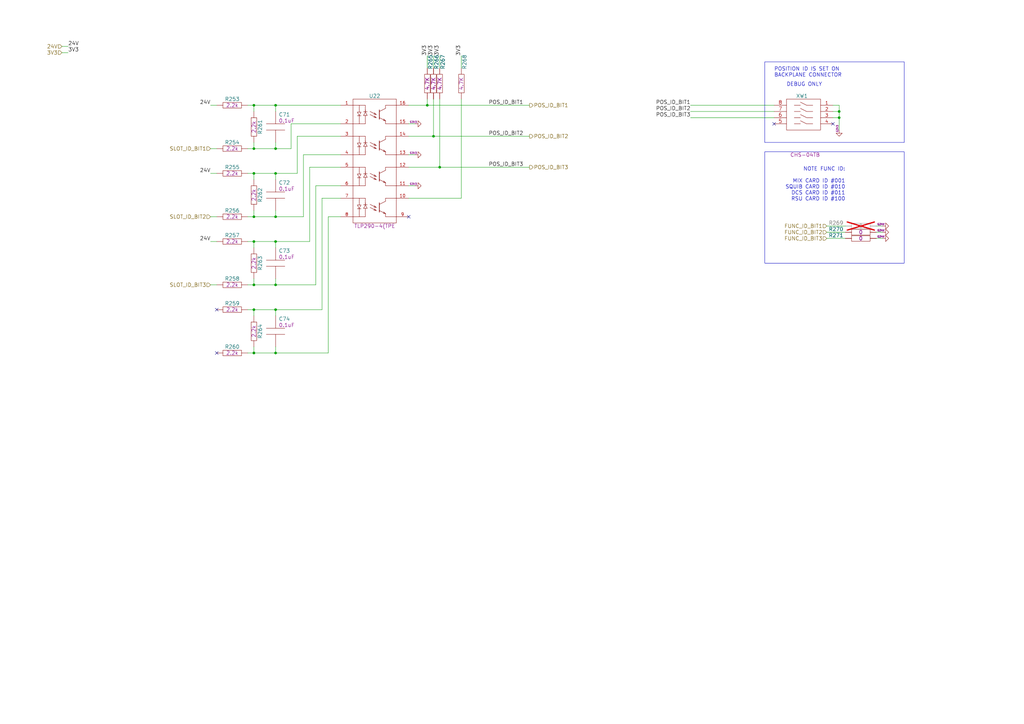
<source format=kicad_sch>
(kicad_sch
	(version 20250114)
	(generator "eeschema")
	(generator_version "9.0")
	(uuid "85c940fa-d0de-4af0-8764-34f2951428c2")
	(paper "A3")
	(title_block
		(title "EOL ECU MIX CARD")
		(date "2023-09-26")
		(rev "0C")
		(company "ARXTRON TECHNOLOGIES")
		(comment 1 "A0180-V0")
		(comment 2 "PRJ22180")
		(comment 3 "EOL ECU RCM8 RCM9")
		(comment 4 "ANTON TOKARSKYI")
	)
	(lib_symbols
		(symbol "Capacitor_AVX:06035C104KAZ2A"
			(pin_numbers
				(hide yes)
			)
			(pin_names
				(offset 1.016)
			)
			(exclude_from_sim no)
			(in_bom yes)
			(on_board yes)
			(property "Reference" "C"
				(at -5.08 1.27 90)
				(effects
					(font
						(size 1.524 1.524)
					)
					(justify left)
				)
			)
			(property "Value" "06035C104KAZ2A"
				(at 1.27 -12.7 0)
				(effects
					(font
						(size 1.524 1.524)
					)
					(hide yes)
				)
			)
			(property "Footprint" "Capacitor_AVX:CAPC1608X90N"
				(at 1.27 -35.56 0)
				(effects
					(font
						(size 1.524 1.524)
					)
					(hide yes)
				)
			)
			(property "Datasheet" ""
				(at 1.27 2.54 0)
				(effects
					(font
						(size 1.524 1.524)
					)
				)
			)
			(property "Description" "CAP CER 0.1UF 50V X7R 0603"
				(at 0 -17.78 0)
				(effects
					(font
						(size 1.524 1.524)
					)
					(hide yes)
				)
			)
			(property "Tolerance" "±10%"
				(at 0 -25.4 0)
				(effects
					(font
						(size 1.524 1.524)
					)
					(hide yes)
				)
			)
			(property "Nominal" "0.1uF"
				(at -2.54 1.27 90)
				(effects
					(font
						(size 1.524 1.524)
					)
					(justify left)
				)
			)
			(property "SupplierDevicePackage" "C0603"
				(at 0 -30.48 0)
				(effects
					(font
						(size 1.524 1.524)
					)
					(hide yes)
				)
			)
			(property "Voltage" "50V"
				(at 0 -22.86 0)
				(effects
					(font
						(size 1.524 1.524)
					)
					(hide yes)
				)
			)
			(property "SupplierPartNumber" "478-3540-1-ND"
				(at 1.27 -15.24 0)
				(effects
					(font
						(size 1.524 1.524)
					)
					(hide yes)
				)
			)
			(property "Supplier" "Digi-Key"
				(at 0 -33.02 0)
				(effects
					(font
						(size 1.524 1.524)
					)
					(hide yes)
				)
			)
			(property "ManufacturerPartNumber" "06035C104KAZ2A"
				(at 1.27 -10.16 0)
				(effects
					(font
						(size 1.524 1.524)
					)
					(hide yes)
				)
			)
			(property "Manufacturer" "AVX Corporation"
				(at 1.27 -20.32 0)
				(effects
					(font
						(size 1.524 1.524)
					)
					(hide yes)
				)
			)
			(property "Type" "X7R"
				(at 0 -27.94 0)
				(effects
					(font
						(size 1.524 1.524)
					)
					(hide yes)
				)
			)
			(symbol "06035C104KAZ2A_0_1"
				(polyline
					(pts
						(xy -1.27 3.81) (xy -1.27 -3.81)
					)
					(stroke
						(width 0)
						(type solid)
					)
					(fill
						(type none)
					)
				)
				(polyline
					(pts
						(xy 1.27 3.81) (xy 1.27 -3.81)
					)
					(stroke
						(width 0)
						(type solid)
					)
					(fill
						(type none)
					)
				)
			)
			(symbol "06035C104KAZ2A_1_1"
				(pin passive line
					(at -6.35 0 0)
					(length 5.08)
					(name "~"
						(effects
							(font
								(size 1.27 1.27)
							)
						)
					)
					(number "1"
						(effects
							(font
								(size 1.27 1.27)
							)
						)
					)
				)
				(pin passive line
					(at 6.35 0 180)
					(length 5.08)
					(name "~"
						(effects
							(font
								(size 1.27 1.27)
							)
						)
					)
					(number "2"
						(effects
							(font
								(size 1.27 1.27)
							)
						)
					)
				)
			)
			(embedded_fonts no)
		)
		(symbol "CopalElectronics:CHS-04TB"
			(pin_names
				(offset 1.016)
			)
			(exclude_from_sim no)
			(in_bom yes)
			(on_board yes)
			(property "Reference" "XW"
				(at 12.7 3.81 0)
				(effects
					(font
						(size 1.524 1.524)
					)
				)
			)
			(property "Value" "CHS-04TB"
				(at 11.43 -15.24 0)
				(effects
					(font
						(size 1.524 1.524)
					)
					(hide yes)
				)
			)
			(property "Footprint" "_Copal:COPAL_CHS-04TB"
				(at 11.43 -30.48 0)
				(effects
					(font
						(size 1.524 1.524)
					)
					(hide yes)
				)
			)
			(property "Datasheet" ""
				(at 2.54 3.81 0)
				(effects
					(font
						(size 1.524 1.524)
					)
				)
			)
			(property "Description" "SWITCH SLIDE 4 POS DIP SPST 100MA 6V"
				(at 11.43 -20.32 0)
				(effects
					(font
						(size 1.524 1.524)
					)
					(hide yes)
				)
			)
			(property "SupplierDevicePackage" "Surface Mount"
				(at 11.43 -27.94 0)
				(effects
					(font
						(size 1.524 1.524)
					)
					(hide yes)
				)
			)
			(property "ManufacturerPartNumber" "CHS-04TB"
				(at 11.43 -12.7 0)
				(effects
					(font
						(size 1.524 1.524)
					)
				)
			)
			(property "SupplierPartNumber" "563-1008-1-ND"
				(at 11.43 -17.78 0)
				(effects
					(font
						(size 1.524 1.524)
					)
					(hide yes)
				)
			)
			(property "Supplier" "Digi-Key"
				(at 11.43 -25.4 0)
				(effects
					(font
						(size 1.524 1.524)
					)
					(hide yes)
				)
			)
			(property "Manufacturer" "Copal Electronics Inc."
				(at 11.43 -22.86 0)
				(effects
					(font
						(size 1.524 1.524)
					)
					(hide yes)
				)
			)
			(symbol "CHS-04TB_0_1"
				(rectangle
					(start 5.08 2.54)
					(end 19.05 -10.16)
					(stroke
						(width 0)
						(type solid)
					)
					(fill
						(type none)
					)
				)
				(polyline
					(pts
						(xy 13.335 1.27) (xy 10.795 0) (xy 8.255 0)
					)
					(stroke
						(width 0)
						(type solid)
					)
					(fill
						(type none)
					)
				)
				(polyline
					(pts
						(xy 13.335 0) (xy 15.875 0)
					)
					(stroke
						(width 0)
						(type solid)
					)
					(fill
						(type none)
					)
				)
				(polyline
					(pts
						(xy 13.335 -1.27) (xy 10.795 -2.54) (xy 8.255 -2.54)
					)
					(stroke
						(width 0)
						(type solid)
					)
					(fill
						(type none)
					)
				)
				(polyline
					(pts
						(xy 13.335 -2.54) (xy 15.875 -2.54)
					)
					(stroke
						(width 0)
						(type solid)
					)
					(fill
						(type none)
					)
				)
				(polyline
					(pts
						(xy 13.335 -3.81) (xy 10.795 -5.08) (xy 8.255 -5.08)
					)
					(stroke
						(width 0)
						(type solid)
					)
					(fill
						(type none)
					)
				)
				(polyline
					(pts
						(xy 13.335 -5.08) (xy 15.875 -5.08)
					)
					(stroke
						(width 0)
						(type solid)
					)
					(fill
						(type none)
					)
				)
				(polyline
					(pts
						(xy 13.335 -6.35) (xy 10.795 -7.62) (xy 8.255 -7.62)
					)
					(stroke
						(width 0)
						(type solid)
					)
					(fill
						(type none)
					)
				)
				(polyline
					(pts
						(xy 13.335 -7.62) (xy 15.875 -7.62)
					)
					(stroke
						(width 0)
						(type solid)
					)
					(fill
						(type none)
					)
				)
			)
			(symbol "CHS-04TB_1_1"
				(pin passive line
					(at 0 0 0)
					(length 5.08)
					(name "~"
						(effects
							(font
								(size 1.27 1.27)
							)
						)
					)
					(number "1"
						(effects
							(font
								(size 1.27 1.27)
							)
						)
					)
				)
				(pin passive line
					(at 0 -2.54 0)
					(length 5.08)
					(name "~"
						(effects
							(font
								(size 1.27 1.27)
							)
						)
					)
					(number "2"
						(effects
							(font
								(size 1.27 1.27)
							)
						)
					)
				)
				(pin passive line
					(at 0 -5.08 0)
					(length 5.08)
					(name "~"
						(effects
							(font
								(size 1.27 1.27)
							)
						)
					)
					(number "3"
						(effects
							(font
								(size 1.27 1.27)
							)
						)
					)
				)
				(pin passive line
					(at 0 -7.62 0)
					(length 5.08)
					(name "~"
						(effects
							(font
								(size 1.27 1.27)
							)
						)
					)
					(number "4"
						(effects
							(font
								(size 1.27 1.27)
							)
						)
					)
				)
				(pin passive line
					(at 24.13 0 180)
					(length 5.08)
					(name "~"
						(effects
							(font
								(size 1.524 1.524)
							)
						)
					)
					(number "8"
						(effects
							(font
								(size 1.524 1.524)
							)
						)
					)
				)
				(pin passive line
					(at 24.13 -2.54 180)
					(length 5.08)
					(name "~"
						(effects
							(font
								(size 1.524 1.524)
							)
						)
					)
					(number "7"
						(effects
							(font
								(size 1.524 1.524)
							)
						)
					)
				)
				(pin passive line
					(at 24.13 -5.08 180)
					(length 5.08)
					(name "~"
						(effects
							(font
								(size 1.524 1.524)
							)
						)
					)
					(number "6"
						(effects
							(font
								(size 1.524 1.524)
							)
						)
					)
				)
				(pin passive line
					(at 24.13 -7.62 180)
					(length 5.08)
					(name "~"
						(effects
							(font
								(size 1.524 1.524)
							)
						)
					)
					(number "5"
						(effects
							(font
								(size 1.524 1.524)
							)
						)
					)
				)
			)
			(embedded_fonts no)
		)
		(symbol "Resistor_Yageo:RC0603FR-074K7L"
			(pin_numbers
				(hide yes)
			)
			(pin_names
				(offset 1.016)
			)
			(exclude_from_sim no)
			(in_bom yes)
			(on_board yes)
			(property "Reference" "R"
				(at 0 2.54 0)
				(effects
					(font
						(size 1.524 1.524)
					)
				)
			)
			(property "Value" "RC0603FR-074K7L"
				(at 0 -2.54 0)
				(effects
					(font
						(size 1.524 1.524)
					)
					(hide yes)
				)
			)
			(property "Footprint" "Resistor_Yageo_RC:RESC1608X65N"
				(at 0 -22.86 0)
				(effects
					(font
						(size 1.524 1.524)
					)
					(hide yes)
				)
			)
			(property "Datasheet" ""
				(at -1.27 0 0)
				(effects
					(font
						(size 1.524 1.524)
					)
					(hide yes)
				)
			)
			(property "Description" "RES SMD 4.7K OHM 1% 1/10W 0603"
				(at 0 -10.16 0)
				(effects
					(font
						(size 1.524 1.524)
					)
					(hide yes)
				)
			)
			(property "Nominal" "4.7K"
				(at 0 0 0)
				(effects
					(font
						(size 1.524 1.524)
					)
				)
			)
			(property "Power" "1/10W"
				(at 0 -15.24 0)
				(effects
					(font
						(size 1.524 1.524)
					)
					(hide yes)
				)
			)
			(property "Supplier" "Digi-Key"
				(at 0 -20.32 0)
				(effects
					(font
						(size 1.524 1.524)
					)
					(hide yes)
				)
			)
			(property "ManufacturerPartNumber" "RC0603FR-074K7L"
				(at 0 -5.08 0)
				(effects
					(font
						(size 1.524 1.524)
					)
					(hide yes)
				)
			)
			(property "SupplierDevicePackage" "R0603"
				(at 0 -17.78 0)
				(effects
					(font
						(size 1.524 1.524)
					)
					(hide yes)
				)
			)
			(property "SupplierPartNumber" "311-4.70KHRTR-ND"
				(at 0 -7.62 0)
				(effects
					(font
						(size 1.524 1.524)
					)
					(hide yes)
				)
			)
			(property "Manufacturer" "Yageo"
				(at 0 -12.7 0)
				(effects
					(font
						(size 1.524 1.524)
					)
					(hide yes)
				)
			)
			(symbol "RC0603FR-074K7L_1_1"
				(polyline
					(pts
						(xy -3.81 1.143) (xy 3.81 1.143) (xy 3.81 -1.143) (xy -3.81 -1.143) (xy -3.81 1.143)
					)
					(stroke
						(width 0)
						(type solid)
					)
					(fill
						(type none)
					)
				)
				(pin passive line
					(at -6.35 0 0)
					(length 2.54)
					(name "~"
						(effects
							(font
								(size 1.27 1.27)
							)
						)
					)
					(number "1"
						(effects
							(font
								(size 1.27 1.27)
							)
						)
					)
				)
				(pin passive line
					(at 6.35 0 180)
					(length 2.54)
					(name "~"
						(effects
							(font
								(size 1.27 1.27)
							)
						)
					)
					(number "2"
						(effects
							(font
								(size 1.27 1.27)
							)
						)
					)
				)
			)
			(embedded_fonts no)
		)
		(symbol "Resistor_Yageo:RC0603JR-070RL"
			(pin_numbers
				(hide yes)
			)
			(pin_names
				(offset 1.016)
			)
			(exclude_from_sim no)
			(in_bom yes)
			(on_board yes)
			(property "Reference" "R"
				(at 0 2.54 0)
				(effects
					(font
						(size 1.524 1.524)
					)
				)
			)
			(property "Value" "RC0603JR-070RL"
				(at 0 -3.175 0)
				(effects
					(font
						(size 1.524 1.524)
					)
					(hide yes)
				)
			)
			(property "Footprint" "Resistor_Yageo_RC:RESC1608X65N"
				(at 0 -24.13 0)
				(effects
					(font
						(size 1.524 1.524)
					)
					(hide yes)
				)
			)
			(property "Datasheet" ""
				(at -1.27 0 0)
				(effects
					(font
						(size 1.524 1.524)
					)
					(hide yes)
				)
			)
			(property "Description" "RES SMD 0 OHM JUMPER 1/10W 0603"
				(at 0 -6.985 0)
				(effects
					(font
						(size 1.524 1.524)
					)
					(hide yes)
				)
			)
			(property "Nominal" "0"
				(at 0 0 0)
				(effects
					(font
						(size 1.524 1.524)
					)
				)
			)
			(property "Power" "1/10W"
				(at 0 -17.145 0)
				(effects
					(font
						(size 1.524 1.524)
					)
					(hide yes)
				)
			)
			(property "Supplier" "Digi-Key"
				(at 0 -21.59 0)
				(effects
					(font
						(size 1.524 1.524)
					)
					(hide yes)
				)
			)
			(property "ManufacturerPartNumber" "RC0603JR-070RL"
				(at 0 -9.525 0)
				(effects
					(font
						(size 1.524 1.524)
					)
					(hide yes)
				)
			)
			(property "SupplierDevicePackage" "R0603"
				(at 0 -19.685 0)
				(effects
					(font
						(size 1.524 1.524)
					)
					(hide yes)
				)
			)
			(property "SupplierPartNumber" "311-0.0GRCT-ND"
				(at 0 -14.605 0)
				(effects
					(font
						(size 1.524 1.524)
					)
					(hide yes)
				)
			)
			(property "Manufacturer" "Yageo"
				(at 0 -12.065 0)
				(effects
					(font
						(size 1.524 1.524)
					)
					(hide yes)
				)
			)
			(symbol "RC0603JR-070RL_1_1"
				(polyline
					(pts
						(xy -3.81 1.143) (xy 3.81 1.143) (xy 3.81 -1.143) (xy -3.81 -1.143) (xy -3.81 1.143)
					)
					(stroke
						(width 0)
						(type solid)
					)
					(fill
						(type none)
					)
				)
				(pin passive line
					(at -6.35 0 0)
					(length 2.54)
					(name "~"
						(effects
							(font
								(size 1.27 1.27)
							)
						)
					)
					(number "1"
						(effects
							(font
								(size 1.27 1.27)
							)
						)
					)
				)
				(pin passive line
					(at 6.35 0 180)
					(length 2.54)
					(name "~"
						(effects
							(font
								(size 1.27 1.27)
							)
						)
					)
					(number "2"
						(effects
							(font
								(size 1.27 1.27)
							)
						)
					)
				)
			)
			(embedded_fonts no)
		)
		(symbol "Resistor_Yageo:RC0603JR-072K2L"
			(pin_numbers
				(hide yes)
			)
			(pin_names
				(offset 1.016)
				(hide yes)
			)
			(exclude_from_sim no)
			(in_bom yes)
			(on_board yes)
			(property "Reference" "R"
				(at 0 2.54 0)
				(effects
					(font
						(size 1.524 1.524)
					)
				)
			)
			(property "Value" "RC0603JR-072K2L"
				(at 0 -2.54 0)
				(effects
					(font
						(size 1.524 1.524)
					)
					(hide yes)
				)
			)
			(property "Footprint" "Resistor_Yageo_RC:RESC1608X65N"
				(at 0 -25.4 0)
				(effects
					(font
						(size 1.524 1.524)
					)
					(hide yes)
				)
			)
			(property "Datasheet" ""
				(at -1.27 0 0)
				(effects
					(font
						(size 1.524 1.524)
					)
					(hide yes)
				)
			)
			(property "Description" "RES SMD 2.2K OHM 5% 1/10W 0603"
				(at 0 -6.985 0)
				(effects
					(font
						(size 1.524 1.524)
					)
					(hide yes)
				)
			)
			(property "Power" "1/10W"
				(at 0 -19.685 0)
				(effects
					(font
						(size 1.524 1.524)
					)
					(hide yes)
				)
			)
			(property "SupplierPartNumber" "311-2.2KGRCT-ND"
				(at 0 -14.605 0)
				(effects
					(font
						(size 1.524 1.524)
					)
					(hide yes)
				)
			)
			(property "Nominal" "2.2k"
				(at 0 0 0)
				(effects
					(font
						(size 1.524 1.524)
					)
				)
			)
			(property "Tolerance" "5%"
				(at 0 -17.145 0)
				(effects
					(font
						(size 1.524 1.524)
					)
					(hide yes)
				)
			)
			(property "Supplier" "Digi-Key"
				(at 0 -4.445 0)
				(effects
					(font
						(size 1.524 1.524)
					)
					(hide yes)
				)
			)
			(property "SupplierDevicePackage" "R0603"
				(at 0 -22.225 0)
				(effects
					(font
						(size 1.524 1.524)
					)
					(hide yes)
				)
			)
			(property "ManufacturerPartNumber" "RC0603JR-072K2L"
				(at 0 -9.525 0)
				(effects
					(font
						(size 1.524 1.524)
					)
					(hide yes)
				)
			)
			(property "Manufacturer" "Yageo"
				(at 0 -12.065 0)
				(effects
					(font
						(size 1.524 1.524)
					)
					(hide yes)
				)
			)
			(symbol "RC0603JR-072K2L_1_1"
				(polyline
					(pts
						(xy -3.81 1.143) (xy 3.81 1.143) (xy 3.81 -1.143) (xy -3.81 -1.143) (xy -3.81 1.143)
					)
					(stroke
						(width 0)
						(type solid)
					)
					(fill
						(type none)
					)
				)
				(pin passive line
					(at -6.35 0 0)
					(length 2.54)
					(name "~"
						(effects
							(font
								(size 1.27 1.27)
							)
						)
					)
					(number "1"
						(effects
							(font
								(size 1.27 1.27)
							)
						)
					)
				)
				(pin passive line
					(at 6.35 0 180)
					(length 2.54)
					(name "~"
						(effects
							(font
								(size 1.27 1.27)
							)
						)
					)
					(number "2"
						(effects
							(font
								(size 1.27 1.27)
							)
						)
					)
				)
			)
			(embedded_fonts no)
		)
		(symbol "Toshiba:TLP290-4(TPE"
			(pin_names
				(offset 0.762)
				(hide yes)
			)
			(exclude_from_sim no)
			(in_bom yes)
			(on_board yes)
			(property "Reference" "U"
				(at 0 7.62 0)
				(effects
					(font
						(size 1.524 1.524)
					)
				)
			)
			(property "Value" "TLP290-4(TPE"
				(at 0 -48.26 0)
				(effects
					(font
						(size 1.524 1.524)
					)
					(hide yes)
				)
			)
			(property "Footprint" "_SOIC_SOP:SOIC127P700X220-16"
				(at -1.27 -60.96 0)
				(effects
					(font
						(size 1.524 1.524)
					)
					(hide yes)
				)
			)
			(property "Datasheet" ""
				(at 2.54 -76.2 0)
				(effects
					(font
						(size 1.524 1.524)
					)
					(hide yes)
				)
			)
			(property "Description" "OPTOISOLTR 2.5KV 4CH TRANS 16-SO"
				(at 0 -50.8 0)
				(effects
					(font
						(size 1.524 1.524)
					)
					(hide yes)
				)
			)
			(property "SupplierDevicePackage" ""
				(at 0 -67.31 0)
				(effects
					(font
						(size 1.524 1.524)
					)
					(hide yes)
				)
			)
			(property "Manufacturer" "Toshiba Semiconductor and Storage"
				(at 0 -55.88 0)
				(effects
					(font
						(size 1.524 1.524)
					)
					(hide yes)
				)
			)
			(property "Supplier" "Digi-Key"
				(at 0 -58.42 0)
				(effects
					(font
						(size 1.524 1.524)
					)
					(hide yes)
				)
			)
			(property "ManufacturerPartNumber" "TLP290-4(TPE"
				(at 0 -45.72 0)
				(effects
					(font
						(size 1.524 1.524)
					)
				)
			)
			(property "SupplierPartNumber" "TLP290-4(TPECT-ND"
				(at 0 -53.34 0)
				(effects
					(font
						(size 1.524 1.524)
					)
					(hide yes)
				)
			)
			(symbol "TLP290-4(TPE_0_1"
				(rectangle
					(start -8.89 6.35)
					(end 8.89 -44.45)
					(stroke
						(width 0)
						(type solid)
					)
					(fill
						(type none)
					)
				)
				(polyline
					(pts
						(xy -1.905 1.27) (xy 0.635 0)
					)
					(stroke
						(width 0)
						(type solid)
					)
					(fill
						(type none)
					)
				)
				(polyline
					(pts
						(xy -1.905 0) (xy 0.635 -1.27)
					)
					(stroke
						(width 0)
						(type solid)
					)
					(fill
						(type none)
					)
				)
				(polyline
					(pts
						(xy -1.905 -11.43) (xy 0.635 -12.7)
					)
					(stroke
						(width 0)
						(type solid)
					)
					(fill
						(type none)
					)
				)
				(polyline
					(pts
						(xy -1.905 -12.7) (xy 0.635 -13.97)
					)
					(stroke
						(width 0)
						(type solid)
					)
					(fill
						(type none)
					)
				)
				(polyline
					(pts
						(xy -1.905 -24.13) (xy 0.635 -25.4)
					)
					(stroke
						(width 0)
						(type solid)
					)
					(fill
						(type none)
					)
				)
				(polyline
					(pts
						(xy -1.905 -25.4) (xy 0.635 -26.67)
					)
					(stroke
						(width 0)
						(type solid)
					)
					(fill
						(type none)
					)
				)
				(polyline
					(pts
						(xy -1.905 -36.83) (xy 0.635 -38.1)
					)
					(stroke
						(width 0)
						(type solid)
					)
					(fill
						(type none)
					)
				)
				(polyline
					(pts
						(xy -1.905 -38.1) (xy 0.635 -39.37)
					)
					(stroke
						(width 0)
						(type solid)
					)
					(fill
						(type none)
					)
				)
				(polyline
					(pts
						(xy 0.635 0) (xy -0.381 0.127)
					)
					(stroke
						(width 0)
						(type solid)
					)
					(fill
						(type none)
					)
				)
				(polyline
					(pts
						(xy 0.635 0) (xy -0.127 0.762)
					)
					(stroke
						(width 0)
						(type solid)
					)
					(fill
						(type none)
					)
				)
				(polyline
					(pts
						(xy 0.635 -1.27) (xy -0.381 -1.143)
					)
					(stroke
						(width 0)
						(type solid)
					)
					(fill
						(type none)
					)
				)
				(polyline
					(pts
						(xy 0.635 -1.27) (xy -0.127 -0.508)
					)
					(stroke
						(width 0)
						(type solid)
					)
					(fill
						(type none)
					)
				)
				(polyline
					(pts
						(xy 0.635 -12.7) (xy -0.381 -12.573)
					)
					(stroke
						(width 0)
						(type solid)
					)
					(fill
						(type none)
					)
				)
				(polyline
					(pts
						(xy 0.635 -12.7) (xy -0.127 -11.938)
					)
					(stroke
						(width 0)
						(type solid)
					)
					(fill
						(type none)
					)
				)
				(polyline
					(pts
						(xy 0.635 -13.97) (xy -0.381 -13.843)
					)
					(stroke
						(width 0)
						(type solid)
					)
					(fill
						(type none)
					)
				)
				(polyline
					(pts
						(xy 0.635 -13.97) (xy -0.127 -13.208)
					)
					(stroke
						(width 0)
						(type solid)
					)
					(fill
						(type none)
					)
				)
				(polyline
					(pts
						(xy 0.635 -25.4) (xy -0.381 -25.273)
					)
					(stroke
						(width 0)
						(type solid)
					)
					(fill
						(type none)
					)
				)
				(polyline
					(pts
						(xy 0.635 -25.4) (xy -0.127 -24.638)
					)
					(stroke
						(width 0)
						(type solid)
					)
					(fill
						(type none)
					)
				)
				(polyline
					(pts
						(xy 0.635 -26.67) (xy -0.381 -26.543)
					)
					(stroke
						(width 0)
						(type solid)
					)
					(fill
						(type none)
					)
				)
				(polyline
					(pts
						(xy 0.635 -26.67) (xy -0.127 -25.908)
					)
					(stroke
						(width 0)
						(type solid)
					)
					(fill
						(type none)
					)
				)
				(polyline
					(pts
						(xy 0.635 -38.1) (xy -0.381 -37.973)
					)
					(stroke
						(width 0)
						(type solid)
					)
					(fill
						(type none)
					)
				)
				(polyline
					(pts
						(xy 0.635 -38.1) (xy -0.127 -37.338)
					)
					(stroke
						(width 0)
						(type solid)
					)
					(fill
						(type none)
					)
				)
				(polyline
					(pts
						(xy 0.635 -39.37) (xy -0.381 -39.243)
					)
					(stroke
						(width 0)
						(type solid)
					)
					(fill
						(type none)
					)
				)
				(polyline
					(pts
						(xy 0.635 -39.37) (xy -0.127 -38.608)
					)
					(stroke
						(width 0)
						(type solid)
					)
					(fill
						(type none)
					)
				)
				(polyline
					(pts
						(xy 1.905 1.905) (xy 1.905 -1.905)
					)
					(stroke
						(width 0.254)
						(type solid)
					)
					(fill
						(type none)
					)
				)
				(polyline
					(pts
						(xy 1.905 -1.27) (xy 4.445 -2.54)
					)
					(stroke
						(width 0)
						(type solid)
					)
					(fill
						(type none)
					)
				)
				(polyline
					(pts
						(xy 1.905 -10.795) (xy 1.905 -14.605)
					)
					(stroke
						(width 0.254)
						(type solid)
					)
					(fill
						(type none)
					)
				)
				(polyline
					(pts
						(xy 1.905 -13.97) (xy 4.445 -15.24)
					)
					(stroke
						(width 0)
						(type solid)
					)
					(fill
						(type none)
					)
				)
				(polyline
					(pts
						(xy 1.905 -23.495) (xy 1.905 -27.305)
					)
					(stroke
						(width 0.254)
						(type solid)
					)
					(fill
						(type none)
					)
				)
				(polyline
					(pts
						(xy 1.905 -26.67) (xy 4.445 -27.94)
					)
					(stroke
						(width 0)
						(type solid)
					)
					(fill
						(type none)
					)
				)
				(polyline
					(pts
						(xy 1.905 -36.195) (xy 1.905 -40.005)
					)
					(stroke
						(width 0.254)
						(type solid)
					)
					(fill
						(type none)
					)
				)
				(polyline
					(pts
						(xy 1.905 -39.37) (xy 4.445 -40.64)
					)
					(stroke
						(width 0)
						(type solid)
					)
					(fill
						(type none)
					)
				)
				(polyline
					(pts
						(xy 4.445 2.54) (xy 1.905 1.27)
					)
					(stroke
						(width 0)
						(type solid)
					)
					(fill
						(type none)
					)
				)
				(polyline
					(pts
						(xy 4.445 -2.54) (xy 3.429 -2.413)
					)
					(stroke
						(width 0)
						(type solid)
					)
					(fill
						(type none)
					)
				)
				(polyline
					(pts
						(xy 4.445 -2.54) (xy 3.683 -1.778)
					)
					(stroke
						(width 0)
						(type solid)
					)
					(fill
						(type none)
					)
				)
				(polyline
					(pts
						(xy 4.445 -2.54) (xy 4.445 -3.81) (xy 8.89 -3.81)
					)
					(stroke
						(width 0)
						(type solid)
					)
					(fill
						(type none)
					)
				)
				(polyline
					(pts
						(xy 4.445 -10.16) (xy 1.905 -11.43)
					)
					(stroke
						(width 0)
						(type solid)
					)
					(fill
						(type none)
					)
				)
				(polyline
					(pts
						(xy 4.445 -15.24) (xy 3.429 -15.113)
					)
					(stroke
						(width 0)
						(type solid)
					)
					(fill
						(type none)
					)
				)
				(polyline
					(pts
						(xy 4.445 -15.24) (xy 3.683 -14.478)
					)
					(stroke
						(width 0)
						(type solid)
					)
					(fill
						(type none)
					)
				)
				(polyline
					(pts
						(xy 4.445 -15.24) (xy 4.445 -16.51) (xy 8.89 -16.51)
					)
					(stroke
						(width 0)
						(type solid)
					)
					(fill
						(type none)
					)
				)
				(polyline
					(pts
						(xy 4.445 -22.86) (xy 1.905 -24.13)
					)
					(stroke
						(width 0)
						(type solid)
					)
					(fill
						(type none)
					)
				)
				(polyline
					(pts
						(xy 4.445 -27.94) (xy 3.429 -27.813)
					)
					(stroke
						(width 0)
						(type solid)
					)
					(fill
						(type none)
					)
				)
				(polyline
					(pts
						(xy 4.445 -27.94) (xy 3.683 -27.178)
					)
					(stroke
						(width 0)
						(type solid)
					)
					(fill
						(type none)
					)
				)
				(polyline
					(pts
						(xy 4.445 -27.94) (xy 4.445 -29.21) (xy 8.89 -29.21)
					)
					(stroke
						(width 0)
						(type solid)
					)
					(fill
						(type none)
					)
				)
				(polyline
					(pts
						(xy 4.445 -35.56) (xy 1.905 -36.83)
					)
					(stroke
						(width 0)
						(type solid)
					)
					(fill
						(type none)
					)
				)
				(polyline
					(pts
						(xy 4.445 -40.64) (xy 3.429 -40.513)
					)
					(stroke
						(width 0)
						(type solid)
					)
					(fill
						(type none)
					)
				)
				(polyline
					(pts
						(xy 4.445 -40.64) (xy 3.683 -39.878)
					)
					(stroke
						(width 0)
						(type solid)
					)
					(fill
						(type none)
					)
				)
				(polyline
					(pts
						(xy 4.445 -40.64) (xy 4.445 -41.91) (xy 8.89 -41.91)
					)
					(stroke
						(width 0)
						(type solid)
					)
					(fill
						(type none)
					)
				)
				(polyline
					(pts
						(xy 8.89 3.81) (xy 4.445 3.81) (xy 4.445 2.54)
					)
					(stroke
						(width 0)
						(type solid)
					)
					(fill
						(type none)
					)
				)
				(polyline
					(pts
						(xy 8.89 -8.89) (xy 4.445 -8.89) (xy 4.445 -10.16)
					)
					(stroke
						(width 0)
						(type solid)
					)
					(fill
						(type none)
					)
				)
				(polyline
					(pts
						(xy 8.89 -21.59) (xy 4.445 -21.59) (xy 4.445 -22.86)
					)
					(stroke
						(width 0)
						(type solid)
					)
					(fill
						(type none)
					)
				)
				(polyline
					(pts
						(xy 8.89 -34.29) (xy 4.445 -34.29) (xy 4.445 -35.56)
					)
					(stroke
						(width 0)
						(type solid)
					)
					(fill
						(type none)
					)
				)
			)
			(symbol "TLP290-4(TPE_1_1"
				(polyline
					(pts
						(xy -8.89 3.81) (xy -6.35 3.81) (xy -6.35 1.016)
					)
					(stroke
						(width 0)
						(type solid)
					)
					(fill
						(type none)
					)
				)
				(polyline
					(pts
						(xy -8.89 -8.89) (xy -6.35 -8.89) (xy -6.35 -11.684)
					)
					(stroke
						(width 0)
						(type solid)
					)
					(fill
						(type none)
					)
				)
				(polyline
					(pts
						(xy -8.89 -21.59) (xy -6.35 -21.59) (xy -6.35 -24.384)
					)
					(stroke
						(width 0)
						(type solid)
					)
					(fill
						(type none)
					)
				)
				(polyline
					(pts
						(xy -8.89 -34.29) (xy -6.35 -34.29) (xy -6.35 -37.084)
					)
					(stroke
						(width 0)
						(type solid)
					)
					(fill
						(type none)
					)
				)
				(polyline
					(pts
						(xy -7.112 1.016) (xy -5.588 1.016) (xy -6.35 -0.381) (xy -7.112 1.016)
					)
					(stroke
						(width 0)
						(type solid)
					)
					(fill
						(type none)
					)
				)
				(polyline
					(pts
						(xy -7.112 -0.508) (xy -5.588 -0.508)
					)
					(stroke
						(width 0)
						(type solid)
					)
					(fill
						(type none)
					)
				)
				(polyline
					(pts
						(xy -7.112 -11.684) (xy -5.588 -11.684) (xy -6.35 -13.081) (xy -7.112 -11.684)
					)
					(stroke
						(width 0)
						(type solid)
					)
					(fill
						(type none)
					)
				)
				(polyline
					(pts
						(xy -7.112 -13.208) (xy -5.588 -13.208)
					)
					(stroke
						(width 0)
						(type solid)
					)
					(fill
						(type none)
					)
				)
				(polyline
					(pts
						(xy -7.112 -24.384) (xy -5.588 -24.384) (xy -6.35 -25.781) (xy -7.112 -24.384)
					)
					(stroke
						(width 0)
						(type solid)
					)
					(fill
						(type none)
					)
				)
				(polyline
					(pts
						(xy -7.112 -25.908) (xy -5.588 -25.908)
					)
					(stroke
						(width 0)
						(type solid)
					)
					(fill
						(type none)
					)
				)
				(polyline
					(pts
						(xy -7.112 -37.084) (xy -5.588 -37.084) (xy -6.35 -38.481) (xy -7.112 -37.084)
					)
					(stroke
						(width 0)
						(type solid)
					)
					(fill
						(type none)
					)
				)
				(polyline
					(pts
						(xy -7.112 -38.608) (xy -5.588 -38.608)
					)
					(stroke
						(width 0)
						(type solid)
					)
					(fill
						(type none)
					)
				)
				(polyline
					(pts
						(xy -6.35 -0.508) (xy -6.35 -1.27)
					)
					(stroke
						(width 0)
						(type solid)
					)
					(fill
						(type none)
					)
				)
				(polyline
					(pts
						(xy -6.35 -1.27) (xy -6.35 -3.81) (xy -8.89 -3.81)
					)
					(stroke
						(width 0)
						(type solid)
					)
					(fill
						(type none)
					)
				)
				(polyline
					(pts
						(xy -6.35 -3.81) (xy -3.81 -3.81) (xy -3.81 -0.381)
					)
					(stroke
						(width 0)
						(type solid)
					)
					(fill
						(type none)
					)
				)
				(polyline
					(pts
						(xy -6.35 -13.208) (xy -6.35 -13.97)
					)
					(stroke
						(width 0)
						(type solid)
					)
					(fill
						(type none)
					)
				)
				(polyline
					(pts
						(xy -6.35 -13.97) (xy -6.35 -16.51) (xy -8.89 -16.51)
					)
					(stroke
						(width 0)
						(type solid)
					)
					(fill
						(type none)
					)
				)
				(polyline
					(pts
						(xy -6.35 -16.51) (xy -3.81 -16.51) (xy -3.81 -13.081)
					)
					(stroke
						(width 0)
						(type solid)
					)
					(fill
						(type none)
					)
				)
				(polyline
					(pts
						(xy -6.35 -25.908) (xy -6.35 -26.67)
					)
					(stroke
						(width 0)
						(type solid)
					)
					(fill
						(type none)
					)
				)
				(polyline
					(pts
						(xy -6.35 -26.67) (xy -6.35 -29.21) (xy -8.89 -29.21)
					)
					(stroke
						(width 0)
						(type solid)
					)
					(fill
						(type none)
					)
				)
				(polyline
					(pts
						(xy -6.35 -29.21) (xy -3.81 -29.21) (xy -3.81 -25.781)
					)
					(stroke
						(width 0)
						(type solid)
					)
					(fill
						(type none)
					)
				)
				(polyline
					(pts
						(xy -6.35 -38.608) (xy -6.35 -39.37)
					)
					(stroke
						(width 0)
						(type solid)
					)
					(fill
						(type none)
					)
				)
				(polyline
					(pts
						(xy -6.35 -39.37) (xy -6.35 -41.91) (xy -8.89 -41.91)
					)
					(stroke
						(width 0)
						(type solid)
					)
					(fill
						(type none)
					)
				)
				(polyline
					(pts
						(xy -6.35 -41.91) (xy -3.81 -41.91) (xy -3.81 -38.481)
					)
					(stroke
						(width 0)
						(type solid)
					)
					(fill
						(type none)
					)
				)
				(polyline
					(pts
						(xy -4.572 1.143) (xy -3.048 1.143)
					)
					(stroke
						(width 0)
						(type solid)
					)
					(fill
						(type none)
					)
				)
				(polyline
					(pts
						(xy -4.572 -0.381) (xy -3.048 -0.381) (xy -3.81 1.016) (xy -4.572 -0.381)
					)
					(stroke
						(width 0)
						(type solid)
					)
					(fill
						(type none)
					)
				)
				(polyline
					(pts
						(xy -4.572 -11.557) (xy -3.048 -11.557)
					)
					(stroke
						(width 0)
						(type solid)
					)
					(fill
						(type none)
					)
				)
				(polyline
					(pts
						(xy -4.572 -13.081) (xy -3.048 -13.081) (xy -3.81 -11.684) (xy -4.572 -13.081)
					)
					(stroke
						(width 0)
						(type solid)
					)
					(fill
						(type none)
					)
				)
				(polyline
					(pts
						(xy -4.572 -24.257) (xy -3.048 -24.257)
					)
					(stroke
						(width 0)
						(type solid)
					)
					(fill
						(type none)
					)
				)
				(polyline
					(pts
						(xy -4.572 -25.781) (xy -3.048 -25.781) (xy -3.81 -24.384) (xy -4.572 -25.781)
					)
					(stroke
						(width 0)
						(type solid)
					)
					(fill
						(type none)
					)
				)
				(polyline
					(pts
						(xy -4.572 -36.957) (xy -3.048 -36.957)
					)
					(stroke
						(width 0)
						(type solid)
					)
					(fill
						(type none)
					)
				)
				(polyline
					(pts
						(xy -4.572 -38.481) (xy -3.048 -38.481) (xy -3.81 -37.084) (xy -4.572 -38.481)
					)
					(stroke
						(width 0)
						(type solid)
					)
					(fill
						(type none)
					)
				)
				(polyline
					(pts
						(xy -3.81 1.27) (xy -3.81 3.81) (xy -6.35 3.81)
					)
					(stroke
						(width 0)
						(type solid)
					)
					(fill
						(type none)
					)
				)
				(polyline
					(pts
						(xy -3.81 1.143) (xy -3.81 1.905)
					)
					(stroke
						(width 0)
						(type solid)
					)
					(fill
						(type none)
					)
				)
				(polyline
					(pts
						(xy -3.81 -11.43) (xy -3.81 -8.89) (xy -6.35 -8.89)
					)
					(stroke
						(width 0)
						(type solid)
					)
					(fill
						(type none)
					)
				)
				(polyline
					(pts
						(xy -3.81 -11.557) (xy -3.81 -10.795)
					)
					(stroke
						(width 0)
						(type solid)
					)
					(fill
						(type none)
					)
				)
				(polyline
					(pts
						(xy -3.81 -24.13) (xy -3.81 -21.59) (xy -6.35 -21.59)
					)
					(stroke
						(width 0)
						(type solid)
					)
					(fill
						(type none)
					)
				)
				(polyline
					(pts
						(xy -3.81 -24.257) (xy -3.81 -23.495)
					)
					(stroke
						(width 0)
						(type solid)
					)
					(fill
						(type none)
					)
				)
				(polyline
					(pts
						(xy -3.81 -36.83) (xy -3.81 -34.29) (xy -6.35 -34.29)
					)
					(stroke
						(width 0)
						(type solid)
					)
					(fill
						(type none)
					)
				)
				(polyline
					(pts
						(xy -3.81 -36.957) (xy -3.81 -36.195)
					)
					(stroke
						(width 0)
						(type solid)
					)
					(fill
						(type none)
					)
				)
				(pin passive line
					(at -13.97 3.81 0)
					(length 5.08)
					(name "~"
						(effects
							(font
								(size 1.27 1.27)
							)
						)
					)
					(number "1"
						(effects
							(font
								(size 1.27 1.27)
							)
						)
					)
				)
				(pin passive line
					(at -13.97 -3.81 0)
					(length 5.08)
					(name "~"
						(effects
							(font
								(size 1.27 1.27)
							)
						)
					)
					(number "2"
						(effects
							(font
								(size 1.27 1.27)
							)
						)
					)
				)
				(pin passive line
					(at -13.97 -8.89 0)
					(length 5.08)
					(name "~"
						(effects
							(font
								(size 1.27 1.27)
							)
						)
					)
					(number "3"
						(effects
							(font
								(size 1.27 1.27)
							)
						)
					)
				)
				(pin passive line
					(at -13.97 -16.51 0)
					(length 5.08)
					(name "~"
						(effects
							(font
								(size 1.27 1.27)
							)
						)
					)
					(number "4"
						(effects
							(font
								(size 1.27 1.27)
							)
						)
					)
				)
				(pin passive line
					(at -13.97 -21.59 0)
					(length 5.08)
					(name "~"
						(effects
							(font
								(size 1.27 1.27)
							)
						)
					)
					(number "5"
						(effects
							(font
								(size 1.27 1.27)
							)
						)
					)
				)
				(pin passive line
					(at -13.97 -29.21 0)
					(length 5.08)
					(name "~"
						(effects
							(font
								(size 1.27 1.27)
							)
						)
					)
					(number "6"
						(effects
							(font
								(size 1.27 1.27)
							)
						)
					)
				)
				(pin passive line
					(at -13.97 -34.29 0)
					(length 5.08)
					(name "~"
						(effects
							(font
								(size 1.27 1.27)
							)
						)
					)
					(number "7"
						(effects
							(font
								(size 1.27 1.27)
							)
						)
					)
				)
				(pin passive line
					(at -13.97 -41.91 0)
					(length 5.08)
					(name "~"
						(effects
							(font
								(size 1.27 1.27)
							)
						)
					)
					(number "8"
						(effects
							(font
								(size 1.27 1.27)
							)
						)
					)
				)
				(pin passive line
					(at 13.97 3.81 180)
					(length 5.08)
					(name "~"
						(effects
							(font
								(size 1.27 1.27)
							)
						)
					)
					(number "16"
						(effects
							(font
								(size 1.27 1.27)
							)
						)
					)
				)
				(pin passive line
					(at 13.97 -3.81 180)
					(length 5.08)
					(name "~"
						(effects
							(font
								(size 1.27 1.27)
							)
						)
					)
					(number "15"
						(effects
							(font
								(size 1.27 1.27)
							)
						)
					)
				)
				(pin passive line
					(at 13.97 -8.89 180)
					(length 5.08)
					(name "~"
						(effects
							(font
								(size 1.27 1.27)
							)
						)
					)
					(number "14"
						(effects
							(font
								(size 1.27 1.27)
							)
						)
					)
				)
				(pin passive line
					(at 13.97 -16.51 180)
					(length 5.08)
					(name "~"
						(effects
							(font
								(size 1.27 1.27)
							)
						)
					)
					(number "13"
						(effects
							(font
								(size 1.27 1.27)
							)
						)
					)
				)
				(pin passive line
					(at 13.97 -21.59 180)
					(length 5.08)
					(name "~"
						(effects
							(font
								(size 1.27 1.27)
							)
						)
					)
					(number "12"
						(effects
							(font
								(size 1.27 1.27)
							)
						)
					)
				)
				(pin passive line
					(at 13.97 -29.21 180)
					(length 5.08)
					(name "~"
						(effects
							(font
								(size 1.27 1.27)
							)
						)
					)
					(number "11"
						(effects
							(font
								(size 1.27 1.27)
							)
						)
					)
				)
				(pin passive line
					(at 13.97 -34.29 180)
					(length 5.08)
					(name "~"
						(effects
							(font
								(size 1.27 1.27)
							)
						)
					)
					(number "10"
						(effects
							(font
								(size 1.27 1.27)
							)
						)
					)
				)
				(pin passive line
					(at 13.97 -41.91 180)
					(length 5.08)
					(name "~"
						(effects
							(font
								(size 1.27 1.27)
							)
						)
					)
					(number "9"
						(effects
							(font
								(size 1.27 1.27)
							)
						)
					)
				)
			)
			(embedded_fonts no)
		)
		(symbol "_power_symbol:GND_24V"
			(power)
			(pin_names
				(offset 0)
			)
			(exclude_from_sim no)
			(in_bom yes)
			(on_board yes)
			(property "Reference" "#PWR"
				(at 0 -6.35 0)
				(effects
					(font
						(size 1.27 1.27)
					)
					(hide yes)
				)
			)
			(property "Value" "GND_24V"
				(at 0 -8.89 0)
				(effects
					(font
						(size 1.27 1.27)
					)
					(hide yes)
				)
			)
			(property "Footprint" ""
				(at 0 0 0)
				(effects
					(font
						(size 1.27 1.27)
					)
				)
			)
			(property "Datasheet" ""
				(at 0 0 0)
				(effects
					(font
						(size 1.27 1.27)
					)
				)
			)
			(property "Description" ""
				(at 0 0 0)
				(effects
					(font
						(size 1.27 1.27)
					)
					(hide yes)
				)
			)
			(property "Name" "GND_24V"
				(at 0 -3.81 0)
				(effects
					(font
						(size 1.27 1.27)
					)
					(hide yes)
				)
			)
			(property "ShortName" "G24V"
				(at -0.762 0.635 90)
				(effects
					(font
						(size 0.762 0.762)
					)
				)
			)
			(symbol "GND_24V_0_1"
				(polyline
					(pts
						(xy 0 0) (xy 0 -1.27) (xy 1.27 -1.27) (xy 0 -2.54) (xy -1.27 -1.27) (xy 0 -1.27)
					)
					(stroke
						(width 0)
						(type solid)
					)
					(fill
						(type none)
					)
				)
			)
			(symbol "GND_24V_1_1"
				(pin power_in line
					(at 0 0 270)
					(length 0)
					(hide yes)
					(name "GND_24V"
						(effects
							(font
								(size 1.27 1.27)
							)
						)
					)
					(number "1"
						(effects
							(font
								(size 1.27 1.27)
							)
						)
					)
				)
			)
			(embedded_fonts no)
		)
		(symbol "_power_symbol:GND_3V3"
			(power)
			(pin_names
				(offset 0)
			)
			(exclude_from_sim no)
			(in_bom yes)
			(on_board yes)
			(property "Reference" "#PWR"
				(at 0 -6.35 0)
				(effects
					(font
						(size 1.27 1.27)
					)
					(hide yes)
				)
			)
			(property "Value" "GND_3V3"
				(at 0 -3.81 0)
				(effects
					(font
						(size 1.27 1.27)
					)
					(hide yes)
				)
			)
			(property "Footprint" ""
				(at 0 0 0)
				(effects
					(font
						(size 1.27 1.27)
					)
				)
			)
			(property "Datasheet" ""
				(at 0 0 0)
				(effects
					(font
						(size 1.27 1.27)
					)
				)
			)
			(property "Description" ""
				(at 0 0 0)
				(effects
					(font
						(size 1.27 1.27)
					)
					(hide yes)
				)
			)
			(property "ShortName" "G3V3"
				(at -0.762 0.635 90)
				(effects
					(font
						(size 0.762 0.762)
					)
				)
			)
			(symbol "GND_3V3_0_1"
				(polyline
					(pts
						(xy 0 0) (xy 0 -1.27) (xy 1.27 -1.27) (xy 0 -2.54) (xy -1.27 -1.27) (xy 0 -1.27)
					)
					(stroke
						(width 0)
						(type solid)
					)
					(fill
						(type none)
					)
				)
			)
			(symbol "GND_3V3_1_1"
				(pin power_in line
					(at 0 0 270)
					(length 0)
					(hide yes)
					(name "GNDD"
						(effects
							(font
								(size 1.27 1.27)
							)
						)
					)
					(number "1"
						(effects
							(font
								(size 1.27 1.27)
							)
						)
					)
				)
			)
			(embedded_fonts no)
		)
	)
	(rectangle
		(start 313.69 62.23)
		(end 370.84 107.95)
		(stroke
			(width 0)
			(type default)
		)
		(fill
			(type none)
		)
		(uuid 84b0bf06-92df-48e6-ad16-e7ae03f03c1b)
	)
	(text "DEBUG ONLY"
		(exclude_from_sim no)
		(at 322.58 35.56 0)
		(effects
			(font
				(size 1.524 1.524)
			)
			(justify left bottom)
		)
		(uuid "46042959-d7f7-4569-bad8-6c09435ff257")
	)
	(text "NOTE FUNC ID:\n\nMIX CARD ID #001\nSQUIB CARD ID #010\nDCS CARD ID #011\nRSU CARD ID #100"
		(exclude_from_sim no)
		(at 346.71 82.55 0)
		(effects
			(font
				(size 1.524 1.524)
			)
			(justify right bottom)
		)
		(uuid "60be1c92-3850-458a-97d8-bcb93f667a22")
	)
	(text "POSITION ID IS SET ON\nBACKPLANE CONNECTOR"
		(exclude_from_sim no)
		(at 317.5 31.75 0)
		(effects
			(font
				(size 1.524 1.524)
			)
			(justify left bottom)
		)
		(uuid "de703d0d-05e6-4253-8ce8-87b069b18377")
	)
	(junction
		(at 104.14 144.78)
		(diameter 0)
		(color 0 0 0 0)
		(uuid "1166b737-9460-477b-97c3-06676cf456d4")
	)
	(junction
		(at 104.14 88.9)
		(diameter 0)
		(color 0 0 0 0)
		(uuid "263cd25a-4d6f-4198-8989-64a72eba3458")
	)
	(junction
		(at 177.8 55.88)
		(diameter 0)
		(color 0 0 0 0)
		(uuid "31381c53-3be0-440a-87fe-83df840536dd")
	)
	(junction
		(at 113.03 144.78)
		(diameter 0)
		(color 0 0 0 0)
		(uuid "316bac2c-35fb-4a53-8e1f-3a7e284dafb1")
	)
	(junction
		(at 104.14 43.18)
		(diameter 0)
		(color 0 0 0 0)
		(uuid "359296f2-d2b8-41ff-8384-8cba08397cb3")
	)
	(junction
		(at 113.03 116.84)
		(diameter 0)
		(color 0 0 0 0)
		(uuid "465b2832-951e-4ca7-a0ee-289611db9251")
	)
	(junction
		(at 175.26 43.18)
		(diameter 0)
		(color 0 0 0 0)
		(uuid "4908b847-ac75-44a2-b9d3-2c8e343d9486")
	)
	(junction
		(at 104.14 127)
		(diameter 0)
		(color 0 0 0 0)
		(uuid "4c03800c-74b1-4435-93e9-da334ceb765b")
	)
	(junction
		(at 113.03 99.06)
		(diameter 0)
		(color 0 0 0 0)
		(uuid "620ccaa5-c1bf-4b29-b953-6a2255fdee80")
	)
	(junction
		(at 104.14 71.12)
		(diameter 0)
		(color 0 0 0 0)
		(uuid "756d4a30-a334-4522-ba01-612d18bc25f6")
	)
	(junction
		(at 113.03 71.12)
		(diameter 0)
		(color 0 0 0 0)
		(uuid "96e27287-1e39-450f-9a3a-9262d509657e")
	)
	(junction
		(at 104.14 60.96)
		(diameter 0)
		(color 0 0 0 0)
		(uuid "bc3cc54a-00a6-46e9-af34-8fea3cc8610b")
	)
	(junction
		(at 113.03 43.18)
		(diameter 0)
		(color 0 0 0 0)
		(uuid "c3276340-ab34-4ea4-ac3f-d4855aa21cf0")
	)
	(junction
		(at 113.03 60.96)
		(diameter 0)
		(color 0 0 0 0)
		(uuid "dc4b21fd-33ac-4c2c-8bde-15fc30a8ea9f")
	)
	(junction
		(at 113.03 88.9)
		(diameter 0)
		(color 0 0 0 0)
		(uuid "e36f0c83-24b5-4ac8-ade4-4f417ff8463d")
	)
	(junction
		(at 344.17 45.72)
		(diameter 0)
		(color 0 0 0 0)
		(uuid "ed299e6e-d841-45f0-9912-7cd56200fde7")
	)
	(junction
		(at 104.14 99.06)
		(diameter 0)
		(color 0 0 0 0)
		(uuid "ee07596e-f1c4-4cda-bdf4-9a660b5e2a9b")
	)
	(junction
		(at 344.17 48.26)
		(diameter 0)
		(color 0 0 0 0)
		(uuid "ef380ef0-66ca-4e45-9bb5-f28c96a699ef")
	)
	(junction
		(at 113.03 127)
		(diameter 0)
		(color 0 0 0 0)
		(uuid "f6d5cf5d-efe1-4535-91a1-57d3ad6f7300")
	)
	(junction
		(at 180.34 68.58)
		(diameter 0)
		(color 0 0 0 0)
		(uuid "fa17bb81-c3cd-4309-9c42-0d73f2915d55")
	)
	(junction
		(at 104.14 116.84)
		(diameter 0)
		(color 0 0 0 0)
		(uuid "fee77795-4bfc-43cd-9462-ff777e35a97e")
	)
	(no_connect
		(at 88.9 144.78)
		(uuid "6d37b5c9-5340-478e-80fc-31a412b19eba")
	)
	(no_connect
		(at 341.63 50.8)
		(uuid "b0fd10ca-336b-4941-8380-15d17077e29f")
	)
	(no_connect
		(at 317.5 50.8)
		(uuid "d4f4b6fe-3bc4-4a42-8686-259fe00400b0")
	)
	(no_connect
		(at 167.64 88.9)
		(uuid "d6587219-900d-4dfd-84a1-132d017fbc6f")
	)
	(no_connect
		(at 88.9 127)
		(uuid "f3f16843-a51f-40f1-93f0-87e4570ec69d")
	)
	(wire
		(pts
			(xy 113.03 60.96) (xy 113.03 58.42)
		)
		(stroke
			(width 0)
			(type default)
		)
		(uuid "002dc7e4-ddab-4a7f-bb7c-ecde28bf1a29")
	)
	(wire
		(pts
			(xy 101.6 88.9) (xy 104.14 88.9)
		)
		(stroke
			(width 0)
			(type default)
		)
		(uuid "02e8b05d-bc14-45da-a6e0-1c60bfb337b8")
	)
	(wire
		(pts
			(xy 104.14 88.9) (xy 104.14 86.36)
		)
		(stroke
			(width 0)
			(type default)
		)
		(uuid "0369a81b-9874-4a44-8351-7564e40a97e4")
	)
	(wire
		(pts
			(xy 101.6 99.06) (xy 104.14 99.06)
		)
		(stroke
			(width 0)
			(type default)
		)
		(uuid "03878c6d-5198-4d2f-b0e5-5b2a778d130a")
	)
	(wire
		(pts
			(xy 101.6 116.84) (xy 104.14 116.84)
		)
		(stroke
			(width 0)
			(type default)
		)
		(uuid "06ade672-19b0-4673-a469-d2cfc33cf62e")
	)
	(wire
		(pts
			(xy 175.26 27.94) (xy 175.26 22.86)
		)
		(stroke
			(width 0)
			(type default)
		)
		(uuid "08fca2e5-374f-4264-a333-f8ea4a37042d")
	)
	(wire
		(pts
			(xy 339.09 95.25) (xy 346.71 95.25)
		)
		(stroke
			(width 0)
			(type default)
		)
		(uuid "09ac3418-f81f-4eae-a68b-8dd7d9e2438a")
	)
	(wire
		(pts
			(xy 344.17 43.18) (xy 344.17 45.72)
		)
		(stroke
			(width 0)
			(type default)
		)
		(uuid "0a7d3de9-b720-4fac-9393-9b9fb09ac791")
	)
	(wire
		(pts
			(xy 359.41 97.79) (xy 361.95 97.79)
		)
		(stroke
			(width 0)
			(type default)
		)
		(uuid "0b12d82a-7a7d-49d6-94be-d67211c9c693")
	)
	(wire
		(pts
			(xy 283.21 43.18) (xy 317.5 43.18)
		)
		(stroke
			(width 0)
			(type default)
		)
		(uuid "0b492755-57c3-44d9-875d-235bdf913ccb")
	)
	(wire
		(pts
			(xy 341.63 48.26) (xy 344.17 48.26)
		)
		(stroke
			(width 0)
			(type default)
		)
		(uuid "0cfdf9cf-80a1-4a81-a7fc-8a412d63405a")
	)
	(wire
		(pts
			(xy 104.14 71.12) (xy 113.03 71.12)
		)
		(stroke
			(width 0)
			(type default)
		)
		(uuid "0d82c07d-ddfe-4066-a5ec-af0a9373f8d7")
	)
	(wire
		(pts
			(xy 113.03 127) (xy 132.08 127)
		)
		(stroke
			(width 0)
			(type default)
		)
		(uuid "10069c1a-2ada-4e9b-8414-be1b4013f21d")
	)
	(polyline
		(pts
			(xy 313.69 25.4) (xy 313.69 58.42)
		)
		(stroke
			(width 0)
			(type default)
		)
		(uuid "10f38335-d05f-4439-aa45-b2a4db34b154")
	)
	(wire
		(pts
			(xy 359.41 92.71) (xy 361.95 92.71)
		)
		(stroke
			(width 0)
			(type default)
		)
		(uuid "170c2b78-a52f-4a86-9d7d-0aa0c1475cf1")
	)
	(wire
		(pts
			(xy 167.64 50.8) (xy 170.18 50.8)
		)
		(stroke
			(width 0)
			(type default)
		)
		(uuid "1c4f02a9-6117-4b2e-a6a4-c2b29cbb76eb")
	)
	(wire
		(pts
			(xy 113.03 101.6) (xy 113.03 99.06)
		)
		(stroke
			(width 0)
			(type default)
		)
		(uuid "200be7fd-04de-4074-bb6f-1ef30d225dae")
	)
	(wire
		(pts
			(xy 113.03 88.9) (xy 113.03 86.36)
		)
		(stroke
			(width 0)
			(type default)
		)
		(uuid "20d5b35b-52f7-4b94-a7e6-af9a03c71629")
	)
	(wire
		(pts
			(xy 113.03 45.72) (xy 113.03 43.18)
		)
		(stroke
			(width 0)
			(type default)
		)
		(uuid "216221c6-0367-48f8-ad97-b46b7e18112a")
	)
	(wire
		(pts
			(xy 180.34 27.94) (xy 180.34 22.86)
		)
		(stroke
			(width 0)
			(type default)
		)
		(uuid "21c8d061-6ab9-48c8-8d22-f372a55882e0")
	)
	(wire
		(pts
			(xy 113.03 144.78) (xy 113.03 142.24)
		)
		(stroke
			(width 0)
			(type default)
		)
		(uuid "23e2b7eb-f139-4218-8541-98c0e46694bb")
	)
	(wire
		(pts
			(xy 104.14 101.6) (xy 104.14 99.06)
		)
		(stroke
			(width 0)
			(type default)
		)
		(uuid "26a7a637-8c09-4b72-b078-73b515838bb0")
	)
	(wire
		(pts
			(xy 104.14 45.72) (xy 104.14 43.18)
		)
		(stroke
			(width 0)
			(type default)
		)
		(uuid "2edc21a3-87f1-4d42-adeb-fd70e77ddf63")
	)
	(wire
		(pts
			(xy 344.17 45.72) (xy 344.17 48.26)
		)
		(stroke
			(width 0)
			(type default)
		)
		(uuid "30d29cbc-09cf-4f15-b226-bca928c7ed9c")
	)
	(wire
		(pts
			(xy 132.08 81.28) (xy 139.7 81.28)
		)
		(stroke
			(width 0)
			(type default)
		)
		(uuid "3351362d-ba94-43ab-95c2-7f57642cb854")
	)
	(wire
		(pts
			(xy 113.03 73.66) (xy 113.03 71.12)
		)
		(stroke
			(width 0)
			(type default)
		)
		(uuid "351c9828-1d81-41d6-ad5c-bab32b40af15")
	)
	(wire
		(pts
			(xy 177.8 40.64) (xy 177.8 55.88)
		)
		(stroke
			(width 0)
			(type default)
		)
		(uuid "3592f59d-8417-420d-a1eb-332b066a0cc2")
	)
	(wire
		(pts
			(xy 101.6 144.78) (xy 104.14 144.78)
		)
		(stroke
			(width 0)
			(type default)
		)
		(uuid "3cafcdd3-683c-4865-88cb-05ff1858ee04")
	)
	(wire
		(pts
			(xy 86.36 88.9) (xy 88.9 88.9)
		)
		(stroke
			(width 0)
			(type default)
		)
		(uuid "3e2eb7f5-d117-46b3-9e43-e3142c31a970")
	)
	(wire
		(pts
			(xy 113.03 129.54) (xy 113.03 127)
		)
		(stroke
			(width 0)
			(type default)
		)
		(uuid "3e53e6fc-24e5-4625-b17b-9923930b17d2")
	)
	(wire
		(pts
			(xy 129.54 76.2) (xy 129.54 116.84)
		)
		(stroke
			(width 0)
			(type default)
		)
		(uuid "41a112e1-1594-4523-bdad-4c47e942927b")
	)
	(wire
		(pts
			(xy 113.03 43.18) (xy 139.7 43.18)
		)
		(stroke
			(width 0)
			(type default)
		)
		(uuid "45415528-b0b6-4659-9647-800e01426c22")
	)
	(wire
		(pts
			(xy 177.8 27.94) (xy 177.8 22.86)
		)
		(stroke
			(width 0)
			(type default)
		)
		(uuid "4f6beb40-de17-421a-8086-f3a48d2d8fa8")
	)
	(polyline
		(pts
			(xy 370.84 58.42) (xy 370.84 25.4)
		)
		(stroke
			(width 0)
			(type default)
		)
		(uuid "54666263-f064-494a-9a95-f0f37a4ba1c5")
	)
	(wire
		(pts
			(xy 101.6 60.96) (xy 104.14 60.96)
		)
		(stroke
			(width 0)
			(type default)
		)
		(uuid "5479b4e3-766f-410a-a8f8-95819f12d082")
	)
	(wire
		(pts
			(xy 119.38 50.8) (xy 119.38 60.96)
		)
		(stroke
			(width 0)
			(type default)
		)
		(uuid "558caa50-a665-4493-94e3-19d92b8c9c31")
	)
	(wire
		(pts
			(xy 113.03 116.84) (xy 113.03 114.3)
		)
		(stroke
			(width 0)
			(type default)
		)
		(uuid "5c768e26-7ed0-4991-94b3-9f8f6b8032ac")
	)
	(wire
		(pts
			(xy 25.4 21.59) (xy 27.94 21.59)
		)
		(stroke
			(width 0)
			(type default)
		)
		(uuid "6176b9f3-7909-4c4a-8914-f4a8c8b6e68e")
	)
	(wire
		(pts
			(xy 167.64 76.2) (xy 170.18 76.2)
		)
		(stroke
			(width 0)
			(type default)
		)
		(uuid "621e162c-80d7-4c9d-bbd3-da75e2765508")
	)
	(wire
		(pts
			(xy 341.63 45.72) (xy 344.17 45.72)
		)
		(stroke
			(width 0)
			(type default)
		)
		(uuid "65d5257a-6f98-4797-9aff-2797a8159008")
	)
	(wire
		(pts
			(xy 113.03 116.84) (xy 129.54 116.84)
		)
		(stroke
			(width 0)
			(type default)
		)
		(uuid "694d8d31-dfb3-438f-a7c2-b19f918290ad")
	)
	(wire
		(pts
			(xy 113.03 144.78) (xy 134.62 144.78)
		)
		(stroke
			(width 0)
			(type default)
		)
		(uuid "6d691835-116e-4735-ac28-17d03ba0d363")
	)
	(wire
		(pts
			(xy 101.6 43.18) (xy 104.14 43.18)
		)
		(stroke
			(width 0)
			(type default)
		)
		(uuid "6fa5eb82-9682-4c85-ad23-bcaeff09d5fe")
	)
	(wire
		(pts
			(xy 344.17 43.18) (xy 341.63 43.18)
		)
		(stroke
			(width 0)
			(type default)
		)
		(uuid "749b9045-16bd-4224-ab8f-bc1b5d9a397a")
	)
	(wire
		(pts
			(xy 180.34 68.58) (xy 217.17 68.58)
		)
		(stroke
			(width 0)
			(type default)
		)
		(uuid "764545f3-66bc-49a1-9f6f-c6ce1d70f220")
	)
	(wire
		(pts
			(xy 127 68.58) (xy 139.7 68.58)
		)
		(stroke
			(width 0)
			(type default)
		)
		(uuid "76a54b38-8a6c-4dc4-8d14-29ec99f95417")
	)
	(wire
		(pts
			(xy 167.64 55.88) (xy 177.8 55.88)
		)
		(stroke
			(width 0)
			(type default)
		)
		(uuid "79c731d5-b7e3-44ea-bf16-338e7f913a9f")
	)
	(wire
		(pts
			(xy 134.62 88.9) (xy 139.7 88.9)
		)
		(stroke
			(width 0)
			(type default)
		)
		(uuid "79d653ab-0f51-498d-8058-62808c29c142")
	)
	(wire
		(pts
			(xy 113.03 88.9) (xy 124.46 88.9)
		)
		(stroke
			(width 0)
			(type default)
		)
		(uuid "7b516a78-4c5b-4e55-9b1f-e732a97a0abc")
	)
	(wire
		(pts
			(xy 189.23 40.64) (xy 189.23 81.28)
		)
		(stroke
			(width 0)
			(type default)
		)
		(uuid "8234c782-4a5b-43b7-a30a-f8bb7dab7e63")
	)
	(wire
		(pts
			(xy 104.14 144.78) (xy 104.14 142.24)
		)
		(stroke
			(width 0)
			(type default)
		)
		(uuid "827edac9-5554-4c16-98fe-740548f789c9")
	)
	(wire
		(pts
			(xy 339.09 97.79) (xy 346.71 97.79)
		)
		(stroke
			(width 0)
			(type default)
		)
		(uuid "841f7a95-ef2d-4c99-91fe-6de5f3441910")
	)
	(wire
		(pts
			(xy 104.14 60.96) (xy 113.03 60.96)
		)
		(stroke
			(width 0)
			(type default)
		)
		(uuid "88a10033-ca38-42d2-a3be-2caa2e842495")
	)
	(wire
		(pts
			(xy 175.26 43.18) (xy 217.17 43.18)
		)
		(stroke
			(width 0)
			(type default)
		)
		(uuid "9172b8de-a66f-4d66-9431-dc32a4e2e96f")
	)
	(polyline
		(pts
			(xy 313.69 58.42) (xy 370.84 58.42)
		)
		(stroke
			(width 0)
			(type default)
		)
		(uuid "928a1b65-1dd5-450b-b08b-00365aa43731")
	)
	(wire
		(pts
			(xy 167.64 43.18) (xy 175.26 43.18)
		)
		(stroke
			(width 0)
			(type default)
		)
		(uuid "93e8c675-a26f-4e68-95c3-73bf38677233")
	)
	(wire
		(pts
			(xy 113.03 71.12) (xy 121.92 71.12)
		)
		(stroke
			(width 0)
			(type default)
		)
		(uuid "9847ee20-2354-4c4f-bc32-43100ccb3932")
	)
	(wire
		(pts
			(xy 180.34 40.64) (xy 180.34 68.58)
		)
		(stroke
			(width 0)
			(type default)
		)
		(uuid "9a5616e1-1840-4101-8bdc-bcb4b56f185d")
	)
	(wire
		(pts
			(xy 359.41 95.25) (xy 361.95 95.25)
		)
		(stroke
			(width 0)
			(type default)
		)
		(uuid "9b3cce02-b192-4c1e-b1bd-3e0ee44ace5b")
	)
	(wire
		(pts
			(xy 104.14 116.84) (xy 104.14 114.3)
		)
		(stroke
			(width 0)
			(type default)
		)
		(uuid "9d59a8ff-3714-47c1-a05a-453f59da608a")
	)
	(wire
		(pts
			(xy 113.03 60.96) (xy 119.38 60.96)
		)
		(stroke
			(width 0)
			(type default)
		)
		(uuid "a1f545ad-3b36-4bce-abae-fb1a35b53ab9")
	)
	(wire
		(pts
			(xy 127 68.58) (xy 127 99.06)
		)
		(stroke
			(width 0)
			(type default)
		)
		(uuid "a4491d30-070d-4d1e-80b2-86b7d27a365b")
	)
	(wire
		(pts
			(xy 104.14 116.84) (xy 113.03 116.84)
		)
		(stroke
			(width 0)
			(type default)
		)
		(uuid "a4c52c79-0746-4243-af9f-39b871af123c")
	)
	(wire
		(pts
			(xy 86.36 116.84) (xy 88.9 116.84)
		)
		(stroke
			(width 0)
			(type default)
		)
		(uuid "a5eee18d-bf23-49fd-a646-224964f8deb6")
	)
	(wire
		(pts
			(xy 167.64 81.28) (xy 189.23 81.28)
		)
		(stroke
			(width 0)
			(type default)
		)
		(uuid "a6345cc5-52bb-4883-ad52-490259121d8d")
	)
	(wire
		(pts
			(xy 121.92 71.12) (xy 121.92 55.88)
		)
		(stroke
			(width 0)
			(type default)
		)
		(uuid "aede4425-ef1b-4178-b8ed-44b8c76e333f")
	)
	(wire
		(pts
			(xy 86.36 43.18) (xy 88.9 43.18)
		)
		(stroke
			(width 0)
			(type default)
		)
		(uuid "b31aed14-de45-48c4-88bb-7e36478ba5a1")
	)
	(polyline
		(pts
			(xy 370.84 25.4) (xy 313.69 25.4)
		)
		(stroke
			(width 0)
			(type default)
		)
		(uuid "b4c9738a-f27e-4314-bbff-fc425ff12a26")
	)
	(wire
		(pts
			(xy 86.36 60.96) (xy 88.9 60.96)
		)
		(stroke
			(width 0)
			(type default)
		)
		(uuid "b577b305-a4f4-4e29-842b-b15fe9899f27")
	)
	(wire
		(pts
			(xy 101.6 127) (xy 104.14 127)
		)
		(stroke
			(width 0)
			(type default)
		)
		(uuid "b686127f-b0cd-4a64-8e63-12fd64573648")
	)
	(wire
		(pts
			(xy 129.54 76.2) (xy 139.7 76.2)
		)
		(stroke
			(width 0)
			(type default)
		)
		(uuid "b853e7ee-78e3-4544-bc81-ac83dd40e705")
	)
	(wire
		(pts
			(xy 86.36 71.12) (xy 88.9 71.12)
		)
		(stroke
			(width 0)
			(type default)
		)
		(uuid "ba4b13e4-471d-4295-b7d5-026f28e630bd")
	)
	(wire
		(pts
			(xy 101.6 71.12) (xy 104.14 71.12)
		)
		(stroke
			(width 0)
			(type default)
		)
		(uuid "bf6987be-5fc2-4bf4-8077-fcf74649bce4")
	)
	(wire
		(pts
			(xy 25.4 19.05) (xy 27.94 19.05)
		)
		(stroke
			(width 0)
			(type default)
		)
		(uuid "c48707ee-2861-4200-b646-c72af14d7f8f")
	)
	(wire
		(pts
			(xy 124.46 63.5) (xy 139.7 63.5)
		)
		(stroke
			(width 0)
			(type default)
		)
		(uuid "c8d2ffd7-1cb2-4bb6-93b5-734fe6b1b16b")
	)
	(wire
		(pts
			(xy 132.08 127) (xy 132.08 81.28)
		)
		(stroke
			(width 0)
			(type default)
		)
		(uuid "c9f717f4-be4d-4729-986a-b2ff69d57227")
	)
	(wire
		(pts
			(xy 86.36 99.06) (xy 88.9 99.06)
		)
		(stroke
			(width 0)
			(type default)
		)
		(uuid "cac97108-16b6-442f-a4c4-11caeef9ed32")
	)
	(wire
		(pts
			(xy 119.38 50.8) (xy 139.7 50.8)
		)
		(stroke
			(width 0)
			(type default)
		)
		(uuid "cad755ac-2dd9-43ff-97fa-2483ce7bd48f")
	)
	(wire
		(pts
			(xy 339.09 92.71) (xy 346.71 92.71)
		)
		(stroke
			(width 0)
			(type default)
		)
		(uuid "d365faef-9c49-4b83-b5be-e372e697eafe")
	)
	(wire
		(pts
			(xy 104.14 88.9) (xy 113.03 88.9)
		)
		(stroke
			(width 0)
			(type default)
		)
		(uuid "d3809468-00ff-4148-9095-43a6445414d0")
	)
	(wire
		(pts
			(xy 189.23 27.94) (xy 189.23 22.86)
		)
		(stroke
			(width 0)
			(type default)
		)
		(uuid "d3daf5d2-cb5b-4b1f-a05d-01a047cb7290")
	)
	(wire
		(pts
			(xy 344.17 48.26) (xy 344.17 53.34)
		)
		(stroke
			(width 0)
			(type default)
		)
		(uuid "d63b9f22-69d1-4b40-953b-f4bf3210d35b")
	)
	(wire
		(pts
			(xy 104.14 73.66) (xy 104.14 71.12)
		)
		(stroke
			(width 0)
			(type default)
		)
		(uuid "d7b8a357-ea7c-4611-a857-d45d8f21c104")
	)
	(wire
		(pts
			(xy 175.26 40.64) (xy 175.26 43.18)
		)
		(stroke
			(width 0)
			(type default)
		)
		(uuid "e05a660c-1d40-4567-9835-f4a6affa9fae")
	)
	(wire
		(pts
			(xy 104.14 99.06) (xy 113.03 99.06)
		)
		(stroke
			(width 0)
			(type default)
		)
		(uuid "e4ba3e55-11bd-42c1-aec3-d8124c29c21b")
	)
	(wire
		(pts
			(xy 104.14 60.96) (xy 104.14 58.42)
		)
		(stroke
			(width 0)
			(type default)
		)
		(uuid "e542ebba-0c76-49ae-9fee-2427e1e2f3f8")
	)
	(wire
		(pts
			(xy 104.14 129.54) (xy 104.14 127)
		)
		(stroke
			(width 0)
			(type default)
		)
		(uuid "e6846a94-6086-4c40-a45e-58eaaf22753f")
	)
	(wire
		(pts
			(xy 134.62 88.9) (xy 134.62 144.78)
		)
		(stroke
			(width 0)
			(type default)
		)
		(uuid "e9d6b6ec-0d24-482f-b585-1e0315fd5ed7")
	)
	(wire
		(pts
			(xy 167.64 63.5) (xy 170.18 63.5)
		)
		(stroke
			(width 0)
			(type default)
		)
		(uuid "ee21f504-be00-437f-a353-779de8b7caf6")
	)
	(wire
		(pts
			(xy 283.21 48.26) (xy 317.5 48.26)
		)
		(stroke
			(width 0)
			(type default)
		)
		(uuid "ee7ae80b-8891-4247-904c-eade77b14637")
	)
	(wire
		(pts
			(xy 177.8 55.88) (xy 217.17 55.88)
		)
		(stroke
			(width 0)
			(type default)
		)
		(uuid "f0703a88-128c-480a-b776-bbf6400533ef")
	)
	(wire
		(pts
			(xy 104.14 43.18) (xy 113.03 43.18)
		)
		(stroke
			(width 0)
			(type default)
		)
		(uuid "f4793318-1348-4817-8ee4-cb8b864cb008")
	)
	(wire
		(pts
			(xy 104.14 127) (xy 113.03 127)
		)
		(stroke
			(width 0)
			(type default)
		)
		(uuid "f4d77115-57a7-4219-be60-b30b4eb6c243")
	)
	(wire
		(pts
			(xy 124.46 88.9) (xy 124.46 63.5)
		)
		(stroke
			(width 0)
			(type default)
		)
		(uuid "f7cfb8be-4aa8-41bd-a526-a0e55e9c6611")
	)
	(wire
		(pts
			(xy 283.21 45.72) (xy 317.5 45.72)
		)
		(stroke
			(width 0)
			(type default)
		)
		(uuid "fab18c9a-1e32-447d-80b0-5d5178de2cdc")
	)
	(wire
		(pts
			(xy 167.64 68.58) (xy 180.34 68.58)
		)
		(stroke
			(width 0)
			(type default)
		)
		(uuid "fad6c4a7-cc7f-42bf-af3b-44c7c77895f8")
	)
	(wire
		(pts
			(xy 121.92 55.88) (xy 139.7 55.88)
		)
		(stroke
			(width 0)
			(type default)
		)
		(uuid "fcca3872-0456-494b-ba78-4eba610ada8d")
	)
	(wire
		(pts
			(xy 113.03 99.06) (xy 127 99.06)
		)
		(stroke
			(width 0)
			(type default)
		)
		(uuid "fcdba03b-f79f-4385-b001-36ee2c511b37")
	)
	(wire
		(pts
			(xy 104.14 144.78) (xy 113.03 144.78)
		)
		(stroke
			(width 0)
			(type default)
		)
		(uuid "fe13bad4-83b3-46cf-952a-b39587d5abcd")
	)
	(label "3V3"
		(at 175.26 22.86 90)
		(effects
			(font
				(size 1.524 1.524)
			)
			(justify left bottom)
		)
		(uuid "05feb958-db27-46eb-b8fe-a168fc791f3a")
	)
	(label "3V3"
		(at 177.8 22.86 90)
		(effects
			(font
				(size 1.524 1.524)
			)
			(justify left bottom)
		)
		(uuid "0c3d6dfd-4120-4b91-920c-6b788d99fd06")
	)
	(label "3V3"
		(at 27.94 21.59 0)
		(effects
			(font
				(size 1.524 1.524)
			)
			(justify left bottom)
		)
		(uuid "0c926cb6-d406-42e1-832b-6824c1fea9a7")
	)
	(label "24V"
		(at 27.94 19.05 0)
		(effects
			(font
				(size 1.524 1.524)
			)
			(justify left bottom)
		)
		(uuid "1be0b1bd-af87-4ed0-b5b8-ba5987ada6b4")
	)
	(label "24V"
		(at 86.36 99.06 180)
		(effects
			(font
				(size 1.524 1.524)
			)
			(justify right bottom)
		)
		(uuid "3a6b8d16-20be-47f9-85cd-369da4e7e9b2")
	)
	(label "POS_ID_BIT2"
		(at 283.21 45.72 180)
		(effects
			(font
				(size 1.524 1.524)
			)
			(justify right bottom)
		)
		(uuid "43158f82-36ff-4168-9faf-cc5d16ec4c20")
	)
	(label "24V"
		(at 86.36 71.12 180)
		(effects
			(font
				(size 1.524 1.524)
			)
			(justify right bottom)
		)
		(uuid "5bf810d5-f2d5-4c4a-b14f-a31bad445106")
	)
	(label "POS_ID_BIT1"
		(at 214.63 43.18 180)
		(effects
			(font
				(size 1.524 1.524)
			)
			(justify right bottom)
		)
		(uuid "7528803a-011a-419a-b19a-267974d01bc5")
	)
	(label "POS_ID_BIT3"
		(at 214.63 68.58 180)
		(effects
			(font
				(size 1.524 1.524)
			)
			(justify right bottom)
		)
		(uuid "78facaff-1b64-4190-be2b-b8f3e28db9d4")
	)
	(label "POS_ID_BIT1"
		(at 283.21 43.18 180)
		(effects
			(font
				(size 1.524 1.524)
			)
			(justify right bottom)
		)
		(uuid "8bbe1129-5be6-4f39-9bce-adadc1848ffc")
	)
	(label "3V3"
		(at 189.23 22.86 90)
		(effects
			(font
				(size 1.524 1.524)
			)
			(justify left bottom)
		)
		(uuid "9d9f0f4f-c4f4-486e-8453-c7fed1f7fb4a")
	)
	(label "3V3"
		(at 180.34 22.86 90)
		(effects
			(font
				(size 1.524 1.524)
			)
			(justify left bottom)
		)
		(uuid "a1283fba-9bf2-4f2b-84e0-6f0be4482a44")
	)
	(label "24V"
		(at 86.36 43.18 180)
		(effects
			(font
				(size 1.524 1.524)
			)
			(justify right bottom)
		)
		(uuid "c020c738-f318-43bd-828f-af0fad6b6c17")
	)
	(label "POS_ID_BIT2"
		(at 214.63 55.88 180)
		(effects
			(font
				(size 1.524 1.524)
			)
			(justify right bottom)
		)
		(uuid "c8b79cac-8d38-48ed-b6ab-df3caac36b62")
	)
	(label "POS_ID_BIT3"
		(at 283.21 48.26 180)
		(effects
			(font
				(size 1.524 1.524)
			)
			(justify right bottom)
		)
		(uuid "d77b0a73-4326-4b2a-b884-22d16d425752")
	)
	(hierarchical_label "POS_ID_BIT1"
		(shape output)
		(at 217.17 43.18 0)
		(effects
			(font
				(size 1.524 1.524)
			)
			(justify left)
		)
		(uuid "12644331-e306-4d8d-98de-1f9568876bda")
	)
	(hierarchical_label "FUNC_ID_BIT3"
		(shape input)
		(at 339.09 97.79 180)
		(effects
			(font
				(size 1.524 1.524)
			)
			(justify right)
		)
		(uuid "2f90260e-2812-4ada-80fe-4807b7491e77")
	)
	(hierarchical_label "3V3"
		(shape input)
		(at 25.4 21.59 180)
		(effects
			(font
				(size 1.524 1.524)
			)
			(justify right)
		)
		(uuid "3220de7b-6dce-427c-aa1a-2f1e7b90de8a")
	)
	(hierarchical_label "SLOT_ID_BIT2"
		(shape input)
		(at 86.36 88.9 180)
		(effects
			(font
				(size 1.524 1.524)
			)
			(justify right)
		)
		(uuid "5da732e2-64b6-4dba-9847-e1f4e5027b80")
	)
	(hierarchical_label "POS_ID_BIT2"
		(shape output)
		(at 217.17 55.88 0)
		(effects
			(font
				(size 1.524 1.524)
			)
			(justify left)
		)
		(uuid "711b95d5-1b67-43d6-98fb-94f5a40fd331")
	)
	(hierarchical_label "SLOT_ID_BIT3"
		(shape input)
		(at 86.36 116.84 180)
		(effects
			(font
				(size 1.524 1.524)
			)
			(justify right)
		)
		(uuid "8591c6b5-5e43-4b72-8a17-cdb96950f8d0")
	)
	(hierarchical_label "SLOT_ID_BIT1"
		(shape input)
		(at 86.36 60.96 180)
		(effects
			(font
				(size 1.524 1.524)
			)
			(justify right)
		)
		(uuid "98a31ba5-d845-4e75-9e5d-598b53328243")
	)
	(hierarchical_label "POS_ID_BIT3"
		(shape output)
		(at 217.17 68.58 0)
		(effects
			(font
				(size 1.524 1.524)
			)
			(justify left)
		)
		(uuid "9c7dfe97-2656-4c09-9873-49706966a159")
	)
	(hierarchical_label "FUNC_ID_BIT2"
		(shape input)
		(at 339.09 95.25 180)
		(effects
			(font
				(size 1.524 1.524)
			)
			(justify right)
		)
		(uuid "b107a33f-535e-4c71-892a-05bdb08f995a")
	)
	(hierarchical_label "FUNC_ID_BIT1"
		(shape input)
		(at 339.09 92.71 180)
		(effects
			(font
				(size 1.524 1.524)
			)
			(justify right)
		)
		(uuid "c0455c47-1a4f-4ccc-9026-495f5056b546")
	)
	(hierarchical_label "24V"
		(shape input)
		(at 25.4 19.05 180)
		(effects
			(font
				(size 1.524 1.524)
			)
			(justify right)
		)
		(uuid "d3c9ee6e-a643-46fd-be20-82dc35f5878a")
	)
	(symbol
		(lib_id "Resistor_Yageo:RC0603FR-074K7L")
		(at 175.26 34.29 270)
		(unit 1)
		(exclude_from_sim no)
		(in_bom yes)
		(on_board yes)
		(dnp no)
		(uuid "0567ad1d-46e8-411f-aaa4-39497913346c")
		(property "Reference" "R265"
			(at 176.53 25.4 0)
			(effects
				(font
					(size 1.524 1.524)
				)
			)
		)
		(property "Value" "RC0603FR-074K7L"
			(at 172.72 34.29 0)
			(effects
				(font
					(size 1.524 1.524)
				)
				(hide yes)
			)
		)
		(property "Footprint" "Resistor_Yageo_RC:RESC1608X65N"
			(at 152.4 34.29 0)
			(effects
				(font
					(size 1.524 1.524)
				)
				(hide yes)
			)
		)
		(property "Datasheet" ""
			(at 175.26 33.02 0)
			(effects
				(font
					(size 1.524 1.524)
				)
				(hide yes)
			)
		)
		(property "Description" "RES SMD 4.7K OHM 1% 1/10W 0603"
			(at 165.1 34.29 0)
			(effects
				(font
					(size 1.524 1.524)
				)
				(hide yes)
			)
		)
		(property "SupplierDevicePackage" "R0603"
			(at 157.48 34.29 0)
			(effects
				(font
					(size 1.524 1.524)
				)
				(hide yes)
			)
		)
		(property "ManufacturerPartNumber" "RC0603FR-074K7L"
			(at 170.18 34.29 0)
			(effects
				(font
					(size 1.524 1.524)
				)
				(hide yes)
			)
		)
		(property "Supplier" "Digi-Key"
			(at 154.94 34.29 0)
			(effects
				(font
					(size 1.524 1.524)
				)
				(hide yes)
			)
		)
		(property "Power" "1/10W"
			(at 160.02 34.29 0)
			(effects
				(font
					(size 1.524 1.524)
				)
				(hide yes)
			)
		)
		(property "Nominal" "4.7K"
			(at 175.26 34.29 0)
			(effects
				(font
					(size 1.524 1.524)
				)
			)
		)
		(property "Manufacturer" "Yageo"
			(at 162.56 34.29 0)
			(effects
				(font
					(size 1.524 1.524)
				)
				(hide yes)
			)
		)
		(property "SupplierPartNumber" "311-4.70KHRTR-ND"
			(at 167.64 34.29 0)
			(effects
				(font
					(size 1.524 1.524)
				)
				(hide yes)
			)
		)
		(pin "1"
			(uuid "6b4160a5-10b6-46bd-8c31-8dc234a9d217")
		)
		(pin "2"
			(uuid "bb44195c-4dab-41fe-88ec-2ce750f5ebec")
		)
		(instances
			(project "A0180_eol_ecu_mix"
				(path "/a505f839-056b-47d1-a2e3-8d0a1723ab23/54e20f28-09d0-423b-8ffa-50b2d5499dd7"
					(reference "R265")
					(unit 1)
				)
			)
		)
	)
	(symbol
		(lib_id "Resistor_Yageo:RC0603JR-072K2L")
		(at 104.14 52.07 270)
		(unit 1)
		(exclude_from_sim no)
		(in_bom yes)
		(on_board yes)
		(dnp no)
		(uuid "16937743-76ab-4730-9094-21383b33a553")
		(property "Reference" "R261"
			(at 106.68 52.07 0)
			(effects
				(font
					(size 1.524 1.524)
				)
			)
		)
		(property "Value" "RC0603JR-072K2L"
			(at 100.965 52.07 0)
			(effects
				(font
					(size 1.524 1.524)
				)
				(hide yes)
			)
		)
		(property "Footprint" "Resistor_Yageo_RC:RESC1608X65N"
			(at 77.47 52.07 0)
			(effects
				(font
					(size 1.524 1.524)
				)
				(hide yes)
			)
		)
		(property "Datasheet" ""
			(at 104.14 50.8 0)
			(effects
				(font
					(size 1.524 1.524)
				)
				(hide yes)
			)
		)
		(property "Description" "RES SMD 2.2K OHM 5% 1/10W 0603"
			(at 97.155 52.07 0)
			(effects
				(font
					(size 1.524 1.524)
				)
				(hide yes)
			)
		)
		(property "Tolerance" "5%"
			(at 80.01 52.07 0)
			(effects
				(font
					(size 1.524 1.524)
				)
				(hide yes)
			)
		)
		(property "Nominal" "2.2k"
			(at 104.14 52.07 0)
			(effects
				(font
					(size 1.524 1.524)
				)
			)
		)
		(property "Power" "1/10W"
			(at 86.995 52.07 0)
			(effects
				(font
					(size 1.524 1.524)
				)
				(hide yes)
			)
		)
		(property "Supplier" "Digi-Key"
			(at 82.55 52.07 0)
			(effects
				(font
					(size 1.524 1.524)
				)
				(hide yes)
			)
		)
		(property "ManufacturerPartNumber" "RC0603JR-072K2L"
			(at 94.615 52.07 0)
			(effects
				(font
					(size 1.524 1.524)
				)
				(hide yes)
			)
		)
		(property "SupplierDevicePackage" "R0603"
			(at 84.455 52.07 0)
			(effects
				(font
					(size 1.524 1.524)
				)
				(hide yes)
			)
		)
		(property "Manufacturer" "Yageo"
			(at 92.075 52.07 0)
			(effects
				(font
					(size 1.524 1.524)
				)
				(hide yes)
			)
		)
		(property "SupplierPartNumber" "311-2.2KGRCT-ND"
			(at 53.34 -10.16 0)
			(effects
				(font
					(size 1.27 1.27)
				)
				(hide yes)
			)
		)
		(pin "1"
			(uuid "c46d9b22-869d-4a78-9418-b844e12cd2e0")
		)
		(pin "2"
			(uuid "ac121c06-193d-4afc-8738-281b55dc2465")
		)
		(instances
			(project "A0180_eol_ecu_mix"
				(path "/a505f839-056b-47d1-a2e3-8d0a1723ab23/54e20f28-09d0-423b-8ffa-50b2d5499dd7"
					(reference "R261")
					(unit 1)
				)
			)
		)
	)
	(symbol
		(lib_id "_power_symbol:GND_3V3")
		(at 170.18 50.8 90)
		(mirror x)
		(unit 1)
		(exclude_from_sim no)
		(in_bom yes)
		(on_board yes)
		(dnp no)
		(uuid "1a73b30f-7699-462e-b551-e476e02381a8")
		(property "Reference" "#PWR070"
			(at 176.53 50.8 0)
			(effects
				(font
					(size 1.27 1.27)
				)
				(hide yes)
			)
		)
		(property "Value" "GND_3V3"
			(at 173.99 50.8 0)
			(effects
				(font
					(size 1.27 1.27)
				)
				(hide yes)
			)
		)
		(property "Footprint" ""
			(at 170.18 50.8 0)
			(effects
				(font
					(size 1.27 1.27)
				)
			)
		)
		(property "Datasheet" ""
			(at 170.18 50.8 0)
			(effects
				(font
					(size 1.27 1.27)
				)
			)
		)
		(property "Description" ""
			(at 170.18 50.8 0)
			(effects
				(font
					(size 1.27 1.27)
				)
				(hide yes)
			)
		)
		(property "ShortName" "G3V3"
			(at 169.545 50.038 90)
			(effects
				(font
					(size 0.762 0.762)
				)
			)
		)
		(pin "1"
			(uuid "d67b08b8-0fe3-4612-97b0-2acf94271eaf")
		)
		(instances
			(project "A0180_eol_ecu_mix"
				(path "/a505f839-056b-47d1-a2e3-8d0a1723ab23/54e20f28-09d0-423b-8ffa-50b2d5499dd7"
					(reference "#PWR070")
					(unit 1)
				)
			)
		)
	)
	(symbol
		(lib_id "_power_symbol:GND_24V")
		(at 361.95 97.79 90)
		(mirror x)
		(unit 1)
		(exclude_from_sim no)
		(in_bom yes)
		(on_board yes)
		(dnp no)
		(uuid "1b6f8a07-4271-4d47-aeae-b1b1e3e940c1")
		(property "Reference" "#PWR017"
			(at 368.3 97.79 0)
			(effects
				(font
					(size 1.27 1.27)
				)
				(hide yes)
			)
		)
		(property "Value" "GND_24V"
			(at 370.84 97.79 0)
			(effects
				(font
					(size 1.27 1.27)
				)
				(hide yes)
			)
		)
		(property "Footprint" ""
			(at 361.95 97.79 0)
			(effects
				(font
					(size 1.27 1.27)
				)
			)
		)
		(property "Datasheet" ""
			(at 361.95 97.79 0)
			(effects
				(font
					(size 1.27 1.27)
				)
			)
		)
		(property "Description" ""
			(at 361.95 97.79 0)
			(effects
				(font
					(size 1.27 1.27)
				)
				(hide yes)
			)
		)
		(property "Name" "GND_24V"
			(at 365.76 97.79 0)
			(effects
				(font
					(size 1.27 1.27)
				)
				(hide yes)
			)
		)
		(property "ShortName" "G24V"
			(at 361.315 97.028 90)
			(effects
				(font
					(size 0.762 0.762)
				)
			)
		)
		(pin "1"
			(uuid "51a7030e-175d-46bc-b217-70a01ce7eed9")
		)
		(instances
			(project "A0180_eol_ecu_mix"
				(path "/a505f839-056b-47d1-a2e3-8d0a1723ab23/54e20f28-09d0-423b-8ffa-50b2d5499dd7"
					(reference "#PWR017")
					(unit 1)
				)
			)
		)
	)
	(symbol
		(lib_id "_power_symbol:GND_24V")
		(at 361.95 95.25 90)
		(mirror x)
		(unit 1)
		(exclude_from_sim no)
		(in_bom yes)
		(on_board yes)
		(dnp no)
		(uuid "1d4da113-086c-4f79-9358-97416667748f")
		(property "Reference" "#PWR067"
			(at 368.3 95.25 0)
			(effects
				(font
					(size 1.27 1.27)
				)
				(hide yes)
			)
		)
		(property "Value" "GND_24V"
			(at 370.84 95.25 0)
			(effects
				(font
					(size 1.27 1.27)
				)
				(hide yes)
			)
		)
		(property "Footprint" ""
			(at 361.95 95.25 0)
			(effects
				(font
					(size 1.27 1.27)
				)
			)
		)
		(property "Datasheet" ""
			(at 361.95 95.25 0)
			(effects
				(font
					(size 1.27 1.27)
				)
			)
		)
		(property "Description" ""
			(at 361.95 95.25 0)
			(effects
				(font
					(size 1.27 1.27)
				)
				(hide yes)
			)
		)
		(property "Name" "GND_24V"
			(at 365.76 95.25 0)
			(effects
				(font
					(size 1.27 1.27)
				)
				(hide yes)
			)
		)
		(property "ShortName" "G24V"
			(at 361.315 94.488 90)
			(effects
				(font
					(size 0.762 0.762)
				)
			)
		)
		(pin "1"
			(uuid "8187ef65-f4f6-4b8f-a966-b3bda1397993")
		)
		(instances
			(project "A0180_eol_ecu_mix"
				(path "/a505f839-056b-47d1-a2e3-8d0a1723ab23/54e20f28-09d0-423b-8ffa-50b2d5499dd7"
					(reference "#PWR067")
					(unit 1)
				)
			)
		)
	)
	(symbol
		(lib_id "Resistor_Yageo:RC0603FR-074K7L")
		(at 177.8 34.29 270)
		(unit 1)
		(exclude_from_sim no)
		(in_bom yes)
		(on_board yes)
		(dnp no)
		(uuid "2a81b360-d053-444c-94c3-74e96b231f0a")
		(property "Reference" "R266"
			(at 179.07 25.4 0)
			(effects
				(font
					(size 1.524 1.524)
				)
			)
		)
		(property "Value" "RC0603FR-074K7L"
			(at 175.26 34.29 0)
			(effects
				(font
					(size 1.524 1.524)
				)
				(hide yes)
			)
		)
		(property "Footprint" "Resistor_Yageo_RC:RESC1608X65N"
			(at 154.94 34.29 0)
			(effects
				(font
					(size 1.524 1.524)
				)
				(hide yes)
			)
		)
		(property "Datasheet" ""
			(at 177.8 33.02 0)
			(effects
				(font
					(size 1.524 1.524)
				)
				(hide yes)
			)
		)
		(property "Description" "RES SMD 4.7K OHM 1% 1/10W 0603"
			(at 167.64 34.29 0)
			(effects
				(font
					(size 1.524 1.524)
				)
				(hide yes)
			)
		)
		(property "SupplierDevicePackage" "R0603"
			(at 160.02 34.29 0)
			(effects
				(font
					(size 1.524 1.524)
				)
				(hide yes)
			)
		)
		(property "ManufacturerPartNumber" "RC0603FR-074K7L"
			(at 172.72 34.29 0)
			(effects
				(font
					(size 1.524 1.524)
				)
				(hide yes)
			)
		)
		(property "Supplier" "Digi-Key"
			(at 157.48 34.29 0)
			(effects
				(font
					(size 1.524 1.524)
				)
				(hide yes)
			)
		)
		(property "Power" "1/10W"
			(at 162.56 34.29 0)
			(effects
				(font
					(size 1.524 1.524)
				)
				(hide yes)
			)
		)
		(property "Nominal" "4.7K"
			(at 177.8 34.29 0)
			(effects
				(font
					(size 1.524 1.524)
				)
			)
		)
		(property "Manufacturer" "Yageo"
			(at 165.1 34.29 0)
			(effects
				(font
					(size 1.524 1.524)
				)
				(hide yes)
			)
		)
		(property "SupplierPartNumber" "311-4.70KHRTR-ND"
			(at 170.18 34.29 0)
			(effects
				(font
					(size 1.524 1.524)
				)
				(hide yes)
			)
		)
		(pin "1"
			(uuid "929b1aff-6285-44dc-b880-2871413547f4")
		)
		(pin "2"
			(uuid "7bb23b75-9fd5-4cf2-9f17-1a1d2adbdd0a")
		)
		(instances
			(project "A0180_eol_ecu_mix"
				(path "/a505f839-056b-47d1-a2e3-8d0a1723ab23/54e20f28-09d0-423b-8ffa-50b2d5499dd7"
					(reference "R266")
					(unit 1)
				)
			)
		)
	)
	(symbol
		(lib_id "Resistor_Yageo:RC0603JR-072K2L")
		(at 95.25 99.06 0)
		(unit 1)
		(exclude_from_sim no)
		(in_bom yes)
		(on_board yes)
		(dnp no)
		(uuid "2df4b8f7-1805-4044-ba4d-32c41cc3cf26")
		(property "Reference" "R257"
			(at 95.25 96.52 0)
			(effects
				(font
					(size 1.524 1.524)
				)
			)
		)
		(property "Value" "RC0603JR-072K2L"
			(at 95.25 101.6 0)
			(effects
				(font
					(size 1.524 1.524)
				)
				(hide yes)
			)
		)
		(property "Footprint" "Resistor_Yageo_RC:RESC1608X65N"
			(at 95.25 121.92 0)
			(effects
				(font
					(size 1.524 1.524)
				)
				(hide yes)
			)
		)
		(property "Datasheet" ""
			(at 93.98 99.06 0)
			(effects
				(font
					(size 1.524 1.524)
				)
				(hide yes)
			)
		)
		(property "Description" "RES SMD 2.2K OHM 5% 1/10W 0603"
			(at 95.25 109.22 0)
			(effects
				(font
					(size 1.524 1.524)
				)
				(hide yes)
			)
		)
		(property "Nominal" "2.2k"
			(at 95.25 99.06 0)
			(effects
				(font
					(size 1.524 1.524)
				)
			)
		)
		(property "Power" "1/10W"
			(at 95.25 114.3 0)
			(effects
				(font
					(size 1.524 1.524)
				)
				(hide yes)
			)
		)
		(property "Supplier" "Digi-Key"
			(at 95.25 119.38 0)
			(effects
				(font
					(size 1.524 1.524)
				)
				(hide yes)
			)
		)
		(property "ManufacturerPartNumber" "RC0603JR-072K2L"
			(at 95.25 104.14 0)
			(effects
				(font
					(size 1.524 1.524)
				)
				(hide yes)
			)
		)
		(property "SupplierDevicePackage" "R0603"
			(at 95.25 116.84 0)
			(effects
				(font
					(size 1.524 1.524)
				)
				(hide yes)
			)
		)
		(property "SupplierPartNumber" "311-2.2KGRCT-ND"
			(at 95.25 106.68 0)
			(effects
				(font
					(size 1.524 1.524)
				)
				(hide yes)
			)
		)
		(property "Manufacturer" "Yageo"
			(at 95.25 111.76 0)
			(effects
				(font
					(size 1.524 1.524)
				)
				(hide yes)
			)
		)
		(property "Tolerance" "5%"
			(at 95.25 116.205 0)
			(effects
				(font
					(size 1.524 1.524)
				)
				(hide yes)
			)
		)
		(pin "1"
			(uuid "f0b951ac-98e5-4ac3-9c8f-c66eb006f64b")
		)
		(pin "2"
			(uuid "a0b9b7b4-1492-4356-80ed-fa9b1368e582")
		)
		(instances
			(project "A0180_eol_ecu_mix"
				(path "/a505f839-056b-47d1-a2e3-8d0a1723ab23/54e20f28-09d0-423b-8ffa-50b2d5499dd7"
					(reference "R257")
					(unit 1)
				)
			)
		)
	)
	(symbol
		(lib_id "Capacitor_AVX:06035C104KAZ2A")
		(at 113.03 80.01 270)
		(unit 1)
		(exclude_from_sim no)
		(in_bom yes)
		(on_board yes)
		(dnp no)
		(uuid "417c3878-25da-49f3-a77a-bbf91896bcfb")
		(property "Reference" "C72"
			(at 114.3 74.93 90)
			(effects
				(font
					(size 1.524 1.524)
				)
				(justify left)
			)
		)
		(property "Value" "06035C104KAZ2A"
			(at 100.33 81.28 0)
			(effects
				(font
					(size 1.524 1.524)
				)
				(hide yes)
			)
		)
		(property "Footprint" "Capacitor_AVX:CAPC1608X90N"
			(at 77.47 81.28 0)
			(effects
				(font
					(size 1.524 1.524)
				)
				(hide yes)
			)
		)
		(property "Datasheet" ""
			(at 115.57 81.28 0)
			(effects
				(font
					(size 1.524 1.524)
				)
			)
		)
		(property "Description" "CAP CER 0.1UF 50V X7R 0603"
			(at 95.25 80.01 0)
			(effects
				(font
					(size 1.524 1.524)
				)
				(hide yes)
			)
		)
		(property "Tolerance" "±10%"
			(at 87.63 80.01 0)
			(effects
				(font
					(size 1.524 1.524)
				)
				(hide yes)
			)
		)
		(property "Nominal" "0.1uF"
			(at 114.3 77.47 90)
			(effects
				(font
					(size 1.524 1.524)
				)
				(justify left)
			)
		)
		(property "SupplierDevicePackage" "C0603"
			(at 82.55 80.01 0)
			(effects
				(font
					(size 1.524 1.524)
				)
				(hide yes)
			)
		)
		(property "Voltage" "50V"
			(at 90.17 80.01 0)
			(effects
				(font
					(size 1.524 1.524)
				)
				(hide yes)
			)
		)
		(property "Supplier" "Digi-Key"
			(at 80.01 80.01 0)
			(effects
				(font
					(size 1.524 1.524)
				)
				(hide yes)
			)
		)
		(property "ManufacturerPartNumber" "06035C104KAZ2A"
			(at 102.87 81.28 0)
			(effects
				(font
					(size 1.524 1.524)
				)
				(hide yes)
			)
		)
		(property "Manufacturer" "AVX Corporation"
			(at 92.71 81.28 0)
			(effects
				(font
					(size 1.524 1.524)
				)
				(hide yes)
			)
		)
		(property "Type" "X7R"
			(at 85.09 80.01 0)
			(effects
				(font
					(size 1.524 1.524)
				)
				(hide yes)
			)
		)
		(property "SupplierPartNumber" "478-3540-1-ND"
			(at 97.79 81.28 0)
			(effects
				(font
					(size 1.524 1.524)
				)
				(hide yes)
			)
		)
		(pin "1"
			(uuid "a1a57aa4-fe4e-4e5a-8546-3ecf37dd8de2")
		)
		(pin "2"
			(uuid "b88d0be9-5b40-4719-86b1-097387125484")
		)
		(instances
			(project "A0180_eol_ecu_mix"
				(path "/a505f839-056b-47d1-a2e3-8d0a1723ab23/54e20f28-09d0-423b-8ffa-50b2d5499dd7"
					(reference "C72")
					(unit 1)
				)
			)
		)
	)
	(symbol
		(lib_id "Resistor_Yageo:RC0603JR-070RL")
		(at 353.06 97.79 0)
		(mirror x)
		(unit 1)
		(exclude_from_sim no)
		(in_bom yes)
		(on_board yes)
		(dnp no)
		(uuid "44504568-8184-4aee-a5de-c7080235105a")
		(property "Reference" "R271"
			(at 342.9 96.52 0)
			(effects
				(font
					(size 1.524 1.524)
				)
			)
		)
		(property "Value" "RC0603JR-070RL"
			(at 353.06 94.615 0)
			(effects
				(font
					(size 1.524 1.524)
				)
				(hide yes)
			)
		)
		(property "Footprint" "Resistor_Yageo_RC:RESC1608X65N"
			(at 353.06 73.66 0)
			(effects
				(font
					(size 1.524 1.524)
				)
				(hide yes)
			)
		)
		(property "Datasheet" ""
			(at 351.79 97.79 0)
			(effects
				(font
					(size 1.524 1.524)
				)
				(hide yes)
			)
		)
		(property "Description" "RES SMD 0 OHM JUMPER 1/10W 0603"
			(at 353.06 90.805 0)
			(effects
				(font
					(size 1.524 1.524)
				)
				(hide yes)
			)
		)
		(property "SupplierDevicePackage" "R0603"
			(at 353.06 78.105 0)
			(effects
				(font
					(size 1.524 1.524)
				)
				(hide yes)
			)
		)
		(property "ManufacturerPartNumber" "RC0603JR-070RL"
			(at 353.06 88.265 0)
			(effects
				(font
					(size 1.524 1.524)
				)
				(hide yes)
			)
		)
		(property "SupplierPartNumber" "311-0.0GRCT-ND"
			(at 353.06 83.185 0)
			(effects
				(font
					(size 1.524 1.524)
				)
				(hide yes)
			)
		)
		(property "Supplier" "Digi-Key"
			(at 353.06 76.2 0)
			(effects
				(font
					(size 1.524 1.524)
				)
				(hide yes)
			)
		)
		(property "Power" "1/10W"
			(at 353.06 80.645 0)
			(effects
				(font
					(size 1.524 1.524)
				)
				(hide yes)
			)
		)
		(property "Nominal" "0"
			(at 353.06 97.79 0)
			(effects
				(font
					(size 1.524 1.524)
				)
			)
		)
		(property "Manufacturer" "Yageo"
			(at 353.06 85.725 0)
			(effects
				(font
					(size 1.524 1.524)
				)
				(hide yes)
			)
		)
		(pin "1"
			(uuid "d57ed086-742d-4cd6-a39c-b34453accf4f")
		)
		(pin "2"
			(uuid "d1fa774d-48ff-4471-9d5c-aa7470366ea6")
		)
		(instances
			(project "A0180_eol_ecu_mix"
				(path "/a505f839-056b-47d1-a2e3-8d0a1723ab23/54e20f28-09d0-423b-8ffa-50b2d5499dd7"
					(reference "R271")
					(unit 1)
				)
			)
		)
	)
	(symbol
		(lib_id "Resistor_Yageo:RC0603JR-072K2L")
		(at 95.25 88.9 0)
		(unit 1)
		(exclude_from_sim no)
		(in_bom yes)
		(on_board yes)
		(dnp no)
		(uuid "4b8d5792-466f-4e13-913b-c18db4050eb4")
		(property "Reference" "R256"
			(at 95.25 86.36 0)
			(effects
				(font
					(size 1.524 1.524)
				)
			)
		)
		(property "Value" "RC0603JR-072K2L"
			(at 95.25 91.44 0)
			(effects
				(font
					(size 1.524 1.524)
				)
				(hide yes)
			)
		)
		(property "Footprint" "Resistor_Yageo_RC:RESC1608X65N"
			(at 95.25 111.76 0)
			(effects
				(font
					(size 1.524 1.524)
				)
				(hide yes)
			)
		)
		(property "Datasheet" ""
			(at 93.98 88.9 0)
			(effects
				(font
					(size 1.524 1.524)
				)
				(hide yes)
			)
		)
		(property "Description" "RES SMD 2.2K OHM 5% 1/10W 0603"
			(at 95.25 99.06 0)
			(effects
				(font
					(size 1.524 1.524)
				)
				(hide yes)
			)
		)
		(property "Nominal" "2.2k"
			(at 95.25 88.9 0)
			(effects
				(font
					(size 1.524 1.524)
				)
			)
		)
		(property "Power" "1/10W"
			(at 95.25 104.14 0)
			(effects
				(font
					(size 1.524 1.524)
				)
				(hide yes)
			)
		)
		(property "Supplier" "Digi-Key"
			(at 95.25 109.22 0)
			(effects
				(font
					(size 1.524 1.524)
				)
				(hide yes)
			)
		)
		(property "ManufacturerPartNumber" "RC0603JR-072K2L"
			(at 95.25 93.98 0)
			(effects
				(font
					(size 1.524 1.524)
				)
				(hide yes)
			)
		)
		(property "SupplierDevicePackage" "R0603"
			(at 95.25 106.68 0)
			(effects
				(font
					(size 1.524 1.524)
				)
				(hide yes)
			)
		)
		(property "SupplierPartNumber" "311-2.2KGRCT-ND"
			(at 95.25 96.52 0)
			(effects
				(font
					(size 1.524 1.524)
				)
				(hide yes)
			)
		)
		(property "Manufacturer" "Yageo"
			(at 95.25 101.6 0)
			(effects
				(font
					(size 1.524 1.524)
				)
				(hide yes)
			)
		)
		(property "Tolerance" "5%"
			(at 95.25 106.045 0)
			(effects
				(font
					(size 1.524 1.524)
				)
				(hide yes)
			)
		)
		(pin "1"
			(uuid "3b056e88-4c23-4c47-979e-d8e16e4d914f")
		)
		(pin "2"
			(uuid "f2082764-a7a6-436a-b437-24bc194b67d1")
		)
		(instances
			(project "A0180_eol_ecu_mix"
				(path "/a505f839-056b-47d1-a2e3-8d0a1723ab23/54e20f28-09d0-423b-8ffa-50b2d5499dd7"
					(reference "R256")
					(unit 1)
				)
			)
		)
	)
	(symbol
		(lib_id "Capacitor_AVX:06035C104KAZ2A")
		(at 113.03 107.95 270)
		(unit 1)
		(exclude_from_sim no)
		(in_bom yes)
		(on_board yes)
		(dnp no)
		(uuid "4beb7b3f-41d7-4fa6-b025-2ccec1c08fef")
		(property "Reference" "C73"
			(at 114.3 102.87 90)
			(effects
				(font
					(size 1.524 1.524)
				)
				(justify left)
			)
		)
		(property "Value" "06035C104KAZ2A"
			(at 100.33 109.22 0)
			(effects
				(font
					(size 1.524 1.524)
				)
				(hide yes)
			)
		)
		(property "Footprint" "Capacitor_AVX:CAPC1608X90N"
			(at 77.47 109.22 0)
			(effects
				(font
					(size 1.524 1.524)
				)
				(hide yes)
			)
		)
		(property "Datasheet" ""
			(at 115.57 109.22 0)
			(effects
				(font
					(size 1.524 1.524)
				)
			)
		)
		(property "Description" "CAP CER 0.1UF 50V X7R 0603"
			(at 95.25 107.95 0)
			(effects
				(font
					(size 1.524 1.524)
				)
				(hide yes)
			)
		)
		(property "Tolerance" "±10%"
			(at 87.63 107.95 0)
			(effects
				(font
					(size 1.524 1.524)
				)
				(hide yes)
			)
		)
		(property "Nominal" "0.1uF"
			(at 114.3 105.41 90)
			(effects
				(font
					(size 1.524 1.524)
				)
				(justify left)
			)
		)
		(property "SupplierDevicePackage" "C0603"
			(at 82.55 107.95 0)
			(effects
				(font
					(size 1.524 1.524)
				)
				(hide yes)
			)
		)
		(property "Voltage" "50V"
			(at 90.17 107.95 0)
			(effects
				(font
					(size 1.524 1.524)
				)
				(hide yes)
			)
		)
		(property "Supplier" "Digi-Key"
			(at 80.01 107.95 0)
			(effects
				(font
					(size 1.524 1.524)
				)
				(hide yes)
			)
		)
		(property "ManufacturerPartNumber" "06035C104KAZ2A"
			(at 102.87 109.22 0)
			(effects
				(font
					(size 1.524 1.524)
				)
				(hide yes)
			)
		)
		(property "Manufacturer" "AVX Corporation"
			(at 92.71 109.22 0)
			(effects
				(font
					(size 1.524 1.524)
				)
				(hide yes)
			)
		)
		(property "Type" "X7R"
			(at 85.09 107.95 0)
			(effects
				(font
					(size 1.524 1.524)
				)
				(hide yes)
			)
		)
		(property "SupplierPartNumber" "478-3540-1-ND"
			(at 97.79 109.22 0)
			(effects
				(font
					(size 1.524 1.524)
				)
				(hide yes)
			)
		)
		(pin "1"
			(uuid "2823c08a-b263-4c60-8e16-7ccae28d9071")
		)
		(pin "2"
			(uuid "80c6d55d-31bb-4c3b-bf9f-3a38d99a323a")
		)
		(instances
			(project "A0180_eol_ecu_mix"
				(path "/a505f839-056b-47d1-a2e3-8d0a1723ab23/54e20f28-09d0-423b-8ffa-50b2d5499dd7"
					(reference "C73")
					(unit 1)
				)
			)
		)
	)
	(symbol
		(lib_id "Resistor_Yageo:RC0603FR-074K7L")
		(at 189.23 34.29 270)
		(unit 1)
		(exclude_from_sim no)
		(in_bom yes)
		(on_board yes)
		(dnp no)
		(uuid "4e471364-b16e-418e-a07a-e3d92d32e2f7")
		(property "Reference" "R268"
			(at 190.5 25.4 0)
			(effects
				(font
					(size 1.524 1.524)
				)
			)
		)
		(property "Value" "RC0603FR-074K7L"
			(at 186.69 34.29 0)
			(effects
				(font
					(size 1.524 1.524)
				)
				(hide yes)
			)
		)
		(property "Footprint" "Resistor_Yageo_RC:RESC1608X65N"
			(at 166.37 34.29 0)
			(effects
				(font
					(size 1.524 1.524)
				)
				(hide yes)
			)
		)
		(property "Datasheet" ""
			(at 189.23 33.02 0)
			(effects
				(font
					(size 1.524 1.524)
				)
				(hide yes)
			)
		)
		(property "Description" "RES SMD 4.7K OHM 1% 1/10W 0603"
			(at 179.07 34.29 0)
			(effects
				(font
					(size 1.524 1.524)
				)
				(hide yes)
			)
		)
		(property "SupplierDevicePackage" "R0603"
			(at 171.45 34.29 0)
			(effects
				(font
					(size 1.524 1.524)
				)
				(hide yes)
			)
		)
		(property "ManufacturerPartNumber" "RC0603FR-074K7L"
			(at 184.15 34.29 0)
			(effects
				(font
					(size 1.524 1.524)
				)
				(hide yes)
			)
		)
		(property "Supplier" "Digi-Key"
			(at 168.91 34.29 0)
			(effects
				(font
					(size 1.524 1.524)
				)
				(hide yes)
			)
		)
		(property "Power" "1/10W"
			(at 173.99 34.29 0)
			(effects
				(font
					(size 1.524 1.524)
				)
				(hide yes)
			)
		)
		(property "Nominal" "4.7K"
			(at 189.23 34.29 0)
			(effects
				(font
					(size 1.524 1.524)
				)
			)
		)
		(property "Manufacturer" "Yageo"
			(at 176.53 34.29 0)
			(effects
				(font
					(size 1.524 1.524)
				)
				(hide yes)
			)
		)
		(property "SupplierPartNumber" "311-4.70KHRTR-ND"
			(at 181.61 34.29 0)
			(effects
				(font
					(size 1.524 1.524)
				)
				(hide yes)
			)
		)
		(pin "1"
			(uuid "dd946e7a-0724-4b8d-b025-a3c54e2af864")
		)
		(pin "2"
			(uuid "1ce6ee5a-1504-42be-bb42-30917ed87ec6")
		)
		(instances
			(project "A0180_eol_ecu_mix"
				(path "/a505f839-056b-47d1-a2e3-8d0a1723ab23/54e20f28-09d0-423b-8ffa-50b2d5499dd7"
					(reference "R268")
					(unit 1)
				)
			)
		)
	)
	(symbol
		(lib_id "Capacitor_AVX:06035C104KAZ2A")
		(at 113.03 135.89 270)
		(unit 1)
		(exclude_from_sim no)
		(in_bom yes)
		(on_board yes)
		(dnp no)
		(uuid "5187d288-f760-4dd5-b412-c1f24cf52c30")
		(property "Reference" "C74"
			(at 114.3 130.81 90)
			(effects
				(font
					(size 1.524 1.524)
				)
				(justify left)
			)
		)
		(property "Value" "06035C104KAZ2A"
			(at 100.33 137.16 0)
			(effects
				(font
					(size 1.524 1.524)
				)
				(hide yes)
			)
		)
		(property "Footprint" "Capacitor_AVX:CAPC1608X90N"
			(at 77.47 137.16 0)
			(effects
				(font
					(size 1.524 1.524)
				)
				(hide yes)
			)
		)
		(property "Datasheet" ""
			(at 115.57 137.16 0)
			(effects
				(font
					(size 1.524 1.524)
				)
			)
		)
		(property "Description" "CAP CER 0.1UF 50V X7R 0603"
			(at 95.25 135.89 0)
			(effects
				(font
					(size 1.524 1.524)
				)
				(hide yes)
			)
		)
		(property "Tolerance" "±10%"
			(at 87.63 135.89 0)
			(effects
				(font
					(size 1.524 1.524)
				)
				(hide yes)
			)
		)
		(property "Nominal" "0.1uF"
			(at 114.3 133.35 90)
			(effects
				(font
					(size 1.524 1.524)
				)
				(justify left)
			)
		)
		(property "SupplierDevicePackage" "C0603"
			(at 82.55 135.89 0)
			(effects
				(font
					(size 1.524 1.524)
				)
				(hide yes)
			)
		)
		(property "Voltage" "50V"
			(at 90.17 135.89 0)
			(effects
				(font
					(size 1.524 1.524)
				)
				(hide yes)
			)
		)
		(property "Supplier" "Digi-Key"
			(at 80.01 135.89 0)
			(effects
				(font
					(size 1.524 1.524)
				)
				(hide yes)
			)
		)
		(property "ManufacturerPartNumber" "06035C104KAZ2A"
			(at 102.87 137.16 0)
			(effects
				(font
					(size 1.524 1.524)
				)
				(hide yes)
			)
		)
		(property "Manufacturer" "AVX Corporation"
			(at 92.71 137.16 0)
			(effects
				(font
					(size 1.524 1.524)
				)
				(hide yes)
			)
		)
		(property "Type" "X7R"
			(at 85.09 135.89 0)
			(effects
				(font
					(size 1.524 1.524)
				)
				(hide yes)
			)
		)
		(property "SupplierPartNumber" "478-3540-1-ND"
			(at 97.79 137.16 0)
			(effects
				(font
					(size 1.524 1.524)
				)
				(hide yes)
			)
		)
		(pin "1"
			(uuid "f8b5e915-e963-460b-931d-249a563dd1af")
		)
		(pin "2"
			(uuid "4d99997e-9039-48dd-959a-e5b5d41c3465")
		)
		(instances
			(project "A0180_eol_ecu_mix"
				(path "/a505f839-056b-47d1-a2e3-8d0a1723ab23/54e20f28-09d0-423b-8ffa-50b2d5499dd7"
					(reference "C74")
					(unit 1)
				)
			)
		)
	)
	(symbol
		(lib_id "Toshiba:TLP290-4(TPE")
		(at 153.67 46.99 0)
		(unit 1)
		(exclude_from_sim no)
		(in_bom yes)
		(on_board yes)
		(dnp no)
		(uuid "6007601f-e6b8-47be-805a-5b2bec4850f6")
		(property "Reference" "U22"
			(at 153.67 39.37 0)
			(effects
				(font
					(size 1.524 1.524)
				)
			)
		)
		(property "Value" "TLP290-4(TPE"
			(at 153.67 95.25 0)
			(effects
				(font
					(size 1.524 1.524)
				)
				(hide yes)
			)
		)
		(property "Footprint" "_SOIC_SOP:SOIC127P700X220-16"
			(at 152.4 107.95 0)
			(effects
				(font
					(size 1.524 1.524)
				)
				(hide yes)
			)
		)
		(property "Datasheet" ""
			(at 156.21 123.19 0)
			(effects
				(font
					(size 1.524 1.524)
				)
				(hide yes)
			)
		)
		(property "Description" "OPTOISOLTR 2.5KV 4CH TRANS 16-SO"
			(at 153.67 97.79 0)
			(effects
				(font
					(size 1.524 1.524)
				)
				(hide yes)
			)
		)
		(property "SupplierDevicePackage" ""
			(at 153.67 114.3 0)
			(effects
				(font
					(size 1.524 1.524)
				)
				(hide yes)
			)
		)
		(property "Manufacturer" "Toshiba Semiconductor and Storage"
			(at 153.67 102.87 0)
			(effects
				(font
					(size 1.524 1.524)
				)
				(hide yes)
			)
		)
		(property "Supplier" "Digi-Key"
			(at 153.67 105.41 0)
			(effects
				(font
					(size 1.524 1.524)
				)
				(hide yes)
			)
		)
		(property "ManufacturerPartNumber" "TLP290-4(TPE"
			(at 153.67 92.71 0)
			(effects
				(font
					(size 1.524 1.524)
				)
			)
		)
		(property "SupplierPartNumber" "TLP290-4(TPECT-ND"
			(at 153.67 100.33 0)
			(effects
				(font
					(size 1.524 1.524)
				)
				(hide yes)
			)
		)
		(pin "1"
			(uuid "a30c8830-5eb3-4047-9abf-e129b665bb0c")
		)
		(pin "10"
			(uuid "447492b8-f685-4271-b672-39e0490f5d45")
		)
		(pin "11"
			(uuid "4e3202eb-8767-4266-979e-31cf38eaa537")
		)
		(pin "12"
			(uuid "5d21842a-97ac-492c-bf02-6cc9cd59a5a6")
		)
		(pin "13"
			(uuid "7a1a8042-134c-42e2-89a4-eaa9e90e2821")
		)
		(pin "14"
			(uuid "6cb64bc0-ad3f-44e7-8d09-61418d47f5d0")
		)
		(pin "15"
			(uuid "3e93a818-8c8c-4b19-bee8-1c12894e3ddb")
		)
		(pin "16"
			(uuid "dc9e68f6-8f1e-45e9-a732-96a29539a5ea")
		)
		(pin "2"
			(uuid "acd42cb8-471b-46b1-a021-e2a4c7a342be")
		)
		(pin "3"
			(uuid "b0f62e76-6767-4b67-b8d4-5c90239e28a5")
		)
		(pin "4"
			(uuid "e0fd09d0-a44f-4c1c-a9f6-f621b204e616")
		)
		(pin "5"
			(uuid "ac044fa8-33b5-420f-83db-b923838f43d3")
		)
		(pin "6"
			(uuid "b9e870fc-b0a8-435c-ac02-9f52215e5f25")
		)
		(pin "7"
			(uuid "64797009-38ba-4523-aa06-3a7f53e585e4")
		)
		(pin "8"
			(uuid "2bbb7e1a-8ba3-49e6-8803-e66736892ac1")
		)
		(pin "9"
			(uuid "433d7839-9195-4000-9da3-c26569118147")
		)
		(instances
			(project "A0180_eol_ecu_mix"
				(path "/a505f839-056b-47d1-a2e3-8d0a1723ab23/54e20f28-09d0-423b-8ffa-50b2d5499dd7"
					(reference "U22")
					(unit 1)
				)
			)
		)
	)
	(symbol
		(lib_id "_power_symbol:GND_3V3")
		(at 170.18 63.5 90)
		(mirror x)
		(unit 1)
		(exclude_from_sim no)
		(in_bom yes)
		(on_board yes)
		(dnp no)
		(uuid "60453955-588e-471a-90cc-bae247842ba6")
		(property "Reference" "#PWR071"
			(at 176.53 63.5 0)
			(effects
				(font
					(size 1.27 1.27)
				)
				(hide yes)
			)
		)
		(property "Value" "GND_3V3"
			(at 173.99 63.5 0)
			(effects
				(font
					(size 1.27 1.27)
				)
				(hide yes)
			)
		)
		(property "Footprint" ""
			(at 170.18 63.5 0)
			(effects
				(font
					(size 1.27 1.27)
				)
			)
		)
		(property "Datasheet" ""
			(at 170.18 63.5 0)
			(effects
				(font
					(size 1.27 1.27)
				)
			)
		)
		(property "Description" ""
			(at 170.18 63.5 0)
			(effects
				(font
					(size 1.27 1.27)
				)
				(hide yes)
			)
		)
		(property "ShortName" "G3V3"
			(at 169.545 62.738 90)
			(effects
				(font
					(size 0.762 0.762)
				)
			)
		)
		(pin "1"
			(uuid "2b3be120-5620-40c1-82f7-86be87dcce86")
		)
		(instances
			(project "A0180_eol_ecu_mix"
				(path "/a505f839-056b-47d1-a2e3-8d0a1723ab23/54e20f28-09d0-423b-8ffa-50b2d5499dd7"
					(reference "#PWR071")
					(unit 1)
				)
			)
		)
	)
	(symbol
		(lib_id "Resistor_Yageo:RC0603JR-070RL")
		(at 353.06 95.25 0)
		(mirror x)
		(unit 1)
		(exclude_from_sim no)
		(in_bom yes)
		(on_board yes)
		(dnp no)
		(uuid "68a479b0-0d17-4876-8c71-0f62f53f2b07")
		(property "Reference" "R270"
			(at 342.9 93.98 0)
			(effects
				(font
					(size 1.524 1.524)
				)
			)
		)
		(property "Value" "RC0603JR-070RL"
			(at 353.06 92.075 0)
			(effects
				(font
					(size 1.524 1.524)
				)
				(hide yes)
			)
		)
		(property "Footprint" "Resistor_Yageo_RC:RESC1608X65N"
			(at 353.06 71.12 0)
			(effects
				(font
					(size 1.524 1.524)
				)
				(hide yes)
			)
		)
		(property "Datasheet" ""
			(at 351.79 95.25 0)
			(effects
				(font
					(size 1.524 1.524)
				)
				(hide yes)
			)
		)
		(property "Description" "RES SMD 0 OHM JUMPER 1/10W 0603"
			(at 353.06 88.265 0)
			(effects
				(font
					(size 1.524 1.524)
				)
				(hide yes)
			)
		)
		(property "SupplierDevicePackage" "R0603"
			(at 353.06 75.565 0)
			(effects
				(font
					(size 1.524 1.524)
				)
				(hide yes)
			)
		)
		(property "ManufacturerPartNumber" "RC0603JR-070RL"
			(at 353.06 85.725 0)
			(effects
				(font
					(size 1.524 1.524)
				)
				(hide yes)
			)
		)
		(property "SupplierPartNumber" "311-0.0GRCT-ND"
			(at 353.06 80.645 0)
			(effects
				(font
					(size 1.524 1.524)
				)
				(hide yes)
			)
		)
		(property "Supplier" "Digi-Key"
			(at 353.06 73.66 0)
			(effects
				(font
					(size 1.524 1.524)
				)
				(hide yes)
			)
		)
		(property "Power" "1/10W"
			(at 353.06 78.105 0)
			(effects
				(font
					(size 1.524 1.524)
				)
				(hide yes)
			)
		)
		(property "Nominal" "0"
			(at 353.06 95.25 0)
			(effects
				(font
					(size 1.524 1.524)
				)
			)
		)
		(property "Manufacturer" "Yageo"
			(at 353.06 83.185 0)
			(effects
				(font
					(size 1.524 1.524)
				)
				(hide yes)
			)
		)
		(pin "1"
			(uuid "e9c17e75-bd39-4152-9ca3-194a0021c39b")
		)
		(pin "2"
			(uuid "440b884a-fdc5-483d-b363-1e5e397eb9f2")
		)
		(instances
			(project "A0180_eol_ecu_mix"
				(path "/a505f839-056b-47d1-a2e3-8d0a1723ab23/54e20f28-09d0-423b-8ffa-50b2d5499dd7"
					(reference "R270")
					(unit 1)
				)
			)
		)
	)
	(symbol
		(lib_id "Resistor_Yageo:RC0603JR-072K2L")
		(at 95.25 60.96 0)
		(unit 1)
		(exclude_from_sim no)
		(in_bom yes)
		(on_board yes)
		(dnp no)
		(uuid "73dd5736-476a-4753-a0a3-43174eb3171a")
		(property "Reference" "R254"
			(at 95.25 58.42 0)
			(effects
				(font
					(size 1.524 1.524)
				)
			)
		)
		(property "Value" "RC0603JR-072K2L"
			(at 95.25 63.5 0)
			(effects
				(font
					(size 1.524 1.524)
				)
				(hide yes)
			)
		)
		(property "Footprint" "Resistor_Yageo_RC:RESC1608X65N"
			(at 95.25 83.82 0)
			(effects
				(font
					(size 1.524 1.524)
				)
				(hide yes)
			)
		)
		(property "Datasheet" ""
			(at 93.98 60.96 0)
			(effects
				(font
					(size 1.524 1.524)
				)
				(hide yes)
			)
		)
		(property "Description" "RES SMD 2.2K OHM 5% 1/10W 0603"
			(at 95.25 71.12 0)
			(effects
				(font
					(size 1.524 1.524)
				)
				(hide yes)
			)
		)
		(property "Nominal" "2.2k"
			(at 95.25 60.96 0)
			(effects
				(font
					(size 1.524 1.524)
				)
			)
		)
		(property "Power" "1/10W"
			(at 95.25 76.2 0)
			(effects
				(font
					(size 1.524 1.524)
				)
				(hide yes)
			)
		)
		(property "Supplier" "Digi-Key"
			(at 95.25 81.28 0)
			(effects
				(font
					(size 1.524 1.524)
				)
				(hide yes)
			)
		)
		(property "ManufacturerPartNumber" "RC0603JR-072K2L"
			(at 95.25 66.04 0)
			(effects
				(font
					(size 1.524 1.524)
				)
				(hide yes)
			)
		)
		(property "SupplierDevicePackage" "R0603"
			(at 95.25 78.74 0)
			(effects
				(font
					(size 1.524 1.524)
				)
				(hide yes)
			)
		)
		(property "SupplierPartNumber" "311-2.2KGRCT-ND"
			(at 95.25 68.58 0)
			(effects
				(font
					(size 1.524 1.524)
				)
				(hide yes)
			)
		)
		(property "Manufacturer" "Yageo"
			(at 95.25 73.66 0)
			(effects
				(font
					(size 1.524 1.524)
				)
				(hide yes)
			)
		)
		(property "Tolerance" "5%"
			(at 95.25 78.105 0)
			(effects
				(font
					(size 1.524 1.524)
				)
				(hide yes)
			)
		)
		(pin "1"
			(uuid "97dc56ec-3185-4ca8-b6f9-4c21ee58e1e8")
		)
		(pin "2"
			(uuid "bf67e370-0562-4197-8dbc-3ae2da60a3df")
		)
		(instances
			(project "A0180_eol_ecu_mix"
				(path "/a505f839-056b-47d1-a2e3-8d0a1723ab23/54e20f28-09d0-423b-8ffa-50b2d5499dd7"
					(reference "R254")
					(unit 1)
				)
			)
		)
	)
	(symbol
		(lib_id "_power_symbol:GND_3V3")
		(at 344.17 53.34 0)
		(unit 1)
		(exclude_from_sim no)
		(in_bom yes)
		(on_board yes)
		(dnp no)
		(uuid "9956c4aa-73d6-4b85-8aff-d56747d85f3e")
		(property "Reference" "#PWR075"
			(at 344.17 59.69 0)
			(effects
				(font
					(size 1.27 1.27)
				)
				(hide yes)
			)
		)
		(property "Value" "GND_3V3"
			(at 344.17 57.15 0)
			(effects
				(font
					(size 1.27 1.27)
				)
				(hide yes)
			)
		)
		(property "Footprint" ""
			(at 344.17 53.34 0)
			(effects
				(font
					(size 1.27 1.27)
				)
			)
		)
		(property "Datasheet" ""
			(at 344.17 53.34 0)
			(effects
				(font
					(size 1.27 1.27)
				)
			)
		)
		(property "Description" ""
			(at 344.17 53.34 0)
			(effects
				(font
					(size 1.27 1.27)
				)
				(hide yes)
			)
		)
		(property "ShortName" "G3V3"
			(at 343.408 52.705 90)
			(effects
				(font
					(size 0.762 0.762)
				)
			)
		)
		(pin "1"
			(uuid "e2a9f803-e3dd-4217-b9a9-a64596ae2b24")
		)
		(instances
			(project "A0180_eol_ecu_mix"
				(path "/a505f839-056b-47d1-a2e3-8d0a1723ab23/54e20f28-09d0-423b-8ffa-50b2d5499dd7"
					(reference "#PWR075")
					(unit 1)
				)
			)
		)
	)
	(symbol
		(lib_id "CopalElectronics:CHS-04TB")
		(at 341.63 43.18 0)
		(mirror y)
		(unit 1)
		(exclude_from_sim no)
		(in_bom yes)
		(on_board yes)
		(dnp no)
		(uuid "9b810cd0-455c-4176-b6ae-60557fc1d212")
		(property "Reference" "XW1"
			(at 328.93 39.37 0)
			(effects
				(font
					(size 1.524 1.524)
				)
			)
		)
		(property "Value" "CHS-04TB"
			(at 328.93 55.88 0)
			(effects
				(font
					(size 1.524 1.524)
				)
				(hide yes)
			)
		)
		(property "Footprint" "_Copal:COPAL_CHS-04TB"
			(at 331.47 60.96 0)
			(effects
				(font
					(size 1.524 1.524)
				)
				(hide yes)
			)
		)
		(property "Datasheet" ""
			(at 339.09 39.37 0)
			(effects
				(font
					(size 1.524 1.524)
				)
			)
		)
		(property "Description" "SWITCH SLIDE 4 POS DIP SPST 100MA 6V"
			(at 328.93 58.42 0)
			(effects
				(font
					(size 1.524 1.524)
				)
				(hide yes)
			)
		)
		(property "SupplierDevicePackage" "Surface Mount"
			(at 328.93 73.66 0)
			(effects
				(font
					(size 1.524 1.524)
				)
				(hide yes)
			)
		)
		(property "ManufacturerPartNumber" "CHS-04TB"
			(at 330.2 63.5 0)
			(effects
				(font
					(size 1.524 1.524)
				)
			)
		)
		(property "Supplier" "Digi-Key"
			(at 329.565 67.945 0)
			(effects
				(font
					(size 1.524 1.524)
				)
				(hide yes)
			)
		)
		(property "Manufacturer" "Copal Electronics Inc."
			(at 329.565 71.12 0)
			(effects
				(font
					(size 1.524 1.524)
				)
				(hide yes)
			)
		)
		(property "SupplierPartNumber" "563-1008-1-ND"
			(at 570.23 175.26 0)
			(effects
				(font
					(size 1.27 1.27)
				)
				(hide yes)
			)
		)
		(pin "1"
			(uuid "55872f13-f21b-4fcf-9d79-7156ad1228ad")
		)
		(pin "2"
			(uuid "1743c006-00f6-4f60-a01e-8c459faee79c")
		)
		(pin "3"
			(uuid "e85919a4-4f23-4ae6-9098-7e4f462ea679")
		)
		(pin "4"
			(uuid "fbf8b854-2b4c-405f-89b4-559aa86a2fc7")
		)
		(pin "5"
			(uuid "67498155-4856-40fe-a35c-88065028b753")
		)
		(pin "6"
			(uuid "20d79400-cb80-4315-96c7-06b2fe8582a3")
		)
		(pin "7"
			(uuid "a61340c9-9a1b-4ab7-9851-a48da4fbffc5")
		)
		(pin "8"
			(uuid "ce417c43-be34-4b74-9783-6b2dba378f00")
		)
		(instances
			(project "A0180_eol_ecu_mix"
				(path "/a505f839-056b-47d1-a2e3-8d0a1723ab23/54e20f28-09d0-423b-8ffa-50b2d5499dd7"
					(reference "XW1")
					(unit 1)
				)
			)
		)
	)
	(symbol
		(lib_id "Resistor_Yageo:RC0603JR-070RL")
		(at 353.06 92.71 0)
		(mirror x)
		(unit 1)
		(exclude_from_sim no)
		(in_bom no)
		(on_board yes)
		(dnp yes)
		(uuid "a0858ac9-8bb3-4e28-9777-3ff66be373f8")
		(property "Reference" "R269"
			(at 342.9 91.44 0)
			(effects
				(font
					(size 1.524 1.524)
				)
			)
		)
		(property "Value" "RC0603JR-070RL"
			(at 353.06 89.535 0)
			(effects
				(font
					(size 1.524 1.524)
				)
				(hide yes)
			)
		)
		(property "Footprint" "Resistor_Yageo_RC:RESC1608X65N"
			(at 353.06 68.58 0)
			(effects
				(font
					(size 1.524 1.524)
				)
				(hide yes)
			)
		)
		(property "Datasheet" ""
			(at 351.79 92.71 0)
			(effects
				(font
					(size 1.524 1.524)
				)
				(hide yes)
			)
		)
		(property "Description" "RES SMD 0 OHM JUMPER 1/10W 0603"
			(at 353.06 85.725 0)
			(effects
				(font
					(size 1.524 1.524)
				)
				(hide yes)
			)
		)
		(property "SupplierDevicePackage" "R0603"
			(at 353.06 73.025 0)
			(effects
				(font
					(size 1.524 1.524)
				)
				(hide yes)
			)
		)
		(property "ManufacturerPartNumber" "RC0603JR-070RL"
			(at 353.06 83.185 0)
			(effects
				(font
					(size 1.524 1.524)
				)
				(hide yes)
			)
		)
		(property "SupplierPartNumber" "311-0.0GRCT-ND"
			(at 353.06 78.105 0)
			(effects
				(font
					(size 1.524 1.524)
				)
				(hide yes)
			)
		)
		(property "Supplier" "Digi-Key"
			(at 353.06 71.12 0)
			(effects
				(font
					(size 1.524 1.524)
				)
				(hide yes)
			)
		)
		(property "Power" "1/10W"
			(at 353.06 75.565 0)
			(effects
				(font
					(size 1.524 1.524)
				)
				(hide yes)
			)
		)
		(property "Nominal" "0"
			(at 353.06 92.71 0)
			(effects
				(font
					(size 1.524 1.524)
				)
			)
		)
		(property "Manufacturer" "Yageo"
			(at 353.06 80.645 0)
			(effects
				(font
					(size 1.524 1.524)
				)
				(hide yes)
			)
		)
		(pin "1"
			(uuid "f19eb47b-39a8-47a8-b6a0-1472963eb315")
		)
		(pin "2"
			(uuid "0a5fb0d7-0902-43ad-8634-67bc28273684")
		)
		(instances
			(project "A0180_eol_ecu_mix"
				(path "/a505f839-056b-47d1-a2e3-8d0a1723ab23/54e20f28-09d0-423b-8ffa-50b2d5499dd7"
					(reference "R269")
					(unit 1)
				)
			)
		)
	)
	(symbol
		(lib_id "Resistor_Yageo:RC0603JR-072K2L")
		(at 95.25 116.84 0)
		(unit 1)
		(exclude_from_sim no)
		(in_bom yes)
		(on_board yes)
		(dnp no)
		(uuid "a468072e-f2de-4191-bd20-e75a7a66fa52")
		(property "Reference" "R258"
			(at 95.25 114.3 0)
			(effects
				(font
					(size 1.524 1.524)
				)
			)
		)
		(property "Value" "RC0603JR-072K2L"
			(at 95.25 119.38 0)
			(effects
				(font
					(size 1.524 1.524)
				)
				(hide yes)
			)
		)
		(property "Footprint" "Resistor_Yageo_RC:RESC1608X65N"
			(at 95.25 139.7 0)
			(effects
				(font
					(size 1.524 1.524)
				)
				(hide yes)
			)
		)
		(property "Datasheet" ""
			(at 93.98 116.84 0)
			(effects
				(font
					(size 1.524 1.524)
				)
				(hide yes)
			)
		)
		(property "Description" "RES SMD 2.2K OHM 5% 1/10W 0603"
			(at 95.25 127 0)
			(effects
				(font
					(size 1.524 1.524)
				)
				(hide yes)
			)
		)
		(property "Nominal" "2.2k"
			(at 95.25 116.84 0)
			(effects
				(font
					(size 1.524 1.524)
				)
			)
		)
		(property "Power" "1/10W"
			(at 95.25 132.08 0)
			(effects
				(font
					(size 1.524 1.524)
				)
				(hide yes)
			)
		)
		(property "Supplier" "Digi-Key"
			(at 95.25 137.16 0)
			(effects
				(font
					(size 1.524 1.524)
				)
				(hide yes)
			)
		)
		(property "ManufacturerPartNumber" "RC0603JR-072K2L"
			(at 95.25 121.92 0)
			(effects
				(font
					(size 1.524 1.524)
				)
				(hide yes)
			)
		)
		(property "SupplierDevicePackage" "R0603"
			(at 95.25 134.62 0)
			(effects
				(font
					(size 1.524 1.524)
				)
				(hide yes)
			)
		)
		(property "SupplierPartNumber" "311-2.2KGRCT-ND"
			(at 95.25 124.46 0)
			(effects
				(font
					(size 1.524 1.524)
				)
				(hide yes)
			)
		)
		(property "Manufacturer" "Yageo"
			(at 95.25 129.54 0)
			(effects
				(font
					(size 1.524 1.524)
				)
				(hide yes)
			)
		)
		(property "Tolerance" "5%"
			(at 95.25 133.985 0)
			(effects
				(font
					(size 1.524 1.524)
				)
				(hide yes)
			)
		)
		(pin "1"
			(uuid "173f2281-ba05-4d9d-a25e-b7c466092933")
		)
		(pin "2"
			(uuid "d002bdba-fbe1-4331-9919-340378b40c0b")
		)
		(instances
			(project "A0180_eol_ecu_mix"
				(path "/a505f839-056b-47d1-a2e3-8d0a1723ab23/54e20f28-09d0-423b-8ffa-50b2d5499dd7"
					(reference "R258")
					(unit 1)
				)
			)
		)
	)
	(symbol
		(lib_id "Resistor_Yageo:RC0603FR-074K7L")
		(at 180.34 34.29 270)
		(unit 1)
		(exclude_from_sim no)
		(in_bom yes)
		(on_board yes)
		(dnp no)
		(uuid "a6783229-d6b3-4b59-a0d2-2d7f9f222af0")
		(property "Reference" "R267"
			(at 181.61 25.4 0)
			(effects
				(font
					(size 1.524 1.524)
				)
			)
		)
		(property "Value" "RC0603FR-074K7L"
			(at 177.8 34.29 0)
			(effects
				(font
					(size 1.524 1.524)
				)
				(hide yes)
			)
		)
		(property "Footprint" "Resistor_Yageo_RC:RESC1608X65N"
			(at 157.48 34.29 0)
			(effects
				(font
					(size 1.524 1.524)
				)
				(hide yes)
			)
		)
		(property "Datasheet" ""
			(at 180.34 33.02 0)
			(effects
				(font
					(size 1.524 1.524)
				)
				(hide yes)
			)
		)
		(property "Description" "RES SMD 4.7K OHM 1% 1/10W 0603"
			(at 170.18 34.29 0)
			(effects
				(font
					(size 1.524 1.524)
				)
				(hide yes)
			)
		)
		(property "SupplierDevicePackage" "R0603"
			(at 162.56 34.29 0)
			(effects
				(font
					(size 1.524 1.524)
				)
				(hide yes)
			)
		)
		(property "ManufacturerPartNumber" "RC0603FR-074K7L"
			(at 175.26 34.29 0)
			(effects
				(font
					(size 1.524 1.524)
				)
				(hide yes)
			)
		)
		(property "Supplier" "Digi-Key"
			(at 160.02 34.29 0)
			(effects
				(font
					(size 1.524 1.524)
				)
				(hide yes)
			)
		)
		(property "Power" "1/10W"
			(at 165.1 34.29 0)
			(effects
				(font
					(size 1.524 1.524)
				)
				(hide yes)
			)
		)
		(property "Nominal" "4.7K"
			(at 180.34 34.29 0)
			(effects
				(font
					(size 1.524 1.524)
				)
			)
		)
		(property "Manufacturer" "Yageo"
			(at 167.64 34.29 0)
			(effects
				(font
					(size 1.524 1.524)
				)
				(hide yes)
			)
		)
		(property "SupplierPartNumber" "311-4.70KHRTR-ND"
			(at 172.72 34.29 0)
			(effects
				(font
					(size 1.524 1.524)
				)
				(hide yes)
			)
		)
		(pin "1"
			(uuid "8bbf8ceb-edb3-4dc3-998e-7d461908a7c1")
		)
		(pin "2"
			(uuid "91a04a31-71a6-42f7-a8bc-b3ffe8705089")
		)
		(instances
			(project "A0180_eol_ecu_mix"
				(path "/a505f839-056b-47d1-a2e3-8d0a1723ab23/54e20f28-09d0-423b-8ffa-50b2d5499dd7"
					(reference "R267")
					(unit 1)
				)
			)
		)
	)
	(symbol
		(lib_id "_power_symbol:GND_3V3")
		(at 170.18 76.2 90)
		(mirror x)
		(unit 1)
		(exclude_from_sim no)
		(in_bom yes)
		(on_board yes)
		(dnp no)
		(uuid "b2d09146-53e3-43ad-97f4-d4310cdac57d")
		(property "Reference" "#PWR072"
			(at 176.53 76.2 0)
			(effects
				(font
					(size 1.27 1.27)
				)
				(hide yes)
			)
		)
		(property "Value" "GND_3V3"
			(at 173.99 76.2 0)
			(effects
				(font
					(size 1.27 1.27)
				)
				(hide yes)
			)
		)
		(property "Footprint" ""
			(at 170.18 76.2 0)
			(effects
				(font
					(size 1.27 1.27)
				)
			)
		)
		(property "Datasheet" ""
			(at 170.18 76.2 0)
			(effects
				(font
					(size 1.27 1.27)
				)
			)
		)
		(property "Description" ""
			(at 170.18 76.2 0)
			(effects
				(font
					(size 1.27 1.27)
				)
				(hide yes)
			)
		)
		(property "ShortName" "G3V3"
			(at 169.545 75.438 90)
			(effects
				(font
					(size 0.762 0.762)
				)
			)
		)
		(pin "1"
			(uuid "122b6985-6a82-4262-8828-cdba556f6f97")
		)
		(instances
			(project "A0180_eol_ecu_mix"
				(path "/a505f839-056b-47d1-a2e3-8d0a1723ab23/54e20f28-09d0-423b-8ffa-50b2d5499dd7"
					(reference "#PWR072")
					(unit 1)
				)
			)
		)
	)
	(symbol
		(lib_id "Resistor_Yageo:RC0603JR-072K2L")
		(at 95.25 43.18 0)
		(unit 1)
		(exclude_from_sim no)
		(in_bom yes)
		(on_board yes)
		(dnp no)
		(uuid "b8513d54-97dd-41f6-b932-b5d0fc407724")
		(property "Reference" "R253"
			(at 95.25 40.64 0)
			(effects
				(font
					(size 1.524 1.524)
				)
			)
		)
		(property "Value" "RC0603JR-072K2L"
			(at 95.25 45.72 0)
			(effects
				(font
					(size 1.524 1.524)
				)
				(hide yes)
			)
		)
		(property "Footprint" "Resistor_Yageo_RC:RESC1608X65N"
			(at 95.25 66.04 0)
			(effects
				(font
					(size 1.524 1.524)
				)
				(hide yes)
			)
		)
		(property "Datasheet" ""
			(at 93.98 43.18 0)
			(effects
				(font
					(size 1.524 1.524)
				)
				(hide yes)
			)
		)
		(property "Description" "RES SMD 2.2K OHM 5% 1/10W 0603"
			(at 95.25 53.34 0)
			(effects
				(font
					(size 1.524 1.524)
				)
				(hide yes)
			)
		)
		(property "Nominal" "2.2k"
			(at 95.25 43.18 0)
			(effects
				(font
					(size 1.524 1.524)
				)
			)
		)
		(property "Power" "1/10W"
			(at 95.25 58.42 0)
			(effects
				(font
					(size 1.524 1.524)
				)
				(hide yes)
			)
		)
		(property "Supplier" "Digi-Key"
			(at 95.25 63.5 0)
			(effects
				(font
					(size 1.524 1.524)
				)
				(hide yes)
			)
		)
		(property "ManufacturerPartNumber" "RC0603JR-072K2L"
			(at 95.25 48.26 0)
			(effects
				(font
					(size 1.524 1.524)
				)
				(hide yes)
			)
		)
		(property "SupplierDevicePackage" "R0603"
			(at 95.25 60.96 0)
			(effects
				(font
					(size 1.524 1.524)
				)
				(hide yes)
			)
		)
		(property "SupplierPartNumber" "311-2.2KGRCT-ND"
			(at 95.25 50.8 0)
			(effects
				(font
					(size 1.524 1.524)
				)
				(hide yes)
			)
		)
		(property "Manufacturer" "Yageo"
			(at 95.25 55.88 0)
			(effects
				(font
					(size 1.524 1.524)
				)
				(hide yes)
			)
		)
		(property "Tolerance" "5%"
			(at 95.25 60.325 0)
			(effects
				(font
					(size 1.524 1.524)
				)
				(hide yes)
			)
		)
		(pin "1"
			(uuid "895e3de3-a0d6-422a-8859-d898fb1c3316")
		)
		(pin "2"
			(uuid "e7c0994a-07a9-4b75-b547-6770de70a9ac")
		)
		(instances
			(project "A0180_eol_ecu_mix"
				(path "/a505f839-056b-47d1-a2e3-8d0a1723ab23/54e20f28-09d0-423b-8ffa-50b2d5499dd7"
					(reference "R253")
					(unit 1)
				)
			)
		)
	)
	(symbol
		(lib_id "Resistor_Yageo:RC0603JR-072K2L")
		(at 104.14 135.89 270)
		(unit 1)
		(exclude_from_sim no)
		(in_bom yes)
		(on_board yes)
		(dnp no)
		(uuid "b8d595fe-2c6e-46f6-9583-14e337d6fdb0")
		(property "Reference" "R264"
			(at 106.68 135.89 0)
			(effects
				(font
					(size 1.524 1.524)
				)
			)
		)
		(property "Value" "RC0603JR-072K2L"
			(at 100.965 135.89 0)
			(effects
				(font
					(size 1.524 1.524)
				)
				(hide yes)
			)
		)
		(property "Footprint" "Resistor_Yageo_RC:RESC1608X65N"
			(at 77.47 135.89 0)
			(effects
				(font
					(size 1.524 1.524)
				)
				(hide yes)
			)
		)
		(property "Datasheet" ""
			(at 104.14 134.62 0)
			(effects
				(font
					(size 1.524 1.524)
				)
				(hide yes)
			)
		)
		(property "Description" "RES SMD 2.2K OHM 5% 1/10W 0603"
			(at 97.155 135.89 0)
			(effects
				(font
					(size 1.524 1.524)
				)
				(hide yes)
			)
		)
		(property "Tolerance" "5%"
			(at 80.01 135.89 0)
			(effects
				(font
					(size 1.524 1.524)
				)
				(hide yes)
			)
		)
		(property "Nominal" "2.2k"
			(at 104.14 135.89 0)
			(effects
				(font
					(size 1.524 1.524)
				)
			)
		)
		(property "Power" "1/10W"
			(at 86.995 135.89 0)
			(effects
				(font
					(size 1.524 1.524)
				)
				(hide yes)
			)
		)
		(property "Supplier" "Digi-Key"
			(at 82.55 135.89 0)
			(effects
				(font
					(size 1.524 1.524)
				)
				(hide yes)
			)
		)
		(property "ManufacturerPartNumber" "RC0603JR-072K2L"
			(at 94.615 135.89 0)
			(effects
				(font
					(size 1.524 1.524)
				)
				(hide yes)
			)
		)
		(property "SupplierDevicePackage" "R0603"
			(at 84.455 135.89 0)
			(effects
				(font
					(size 1.524 1.524)
				)
				(hide yes)
			)
		)
		(property "Manufacturer" "Yageo"
			(at 92.075 135.89 0)
			(effects
				(font
					(size 1.524 1.524)
				)
				(hide yes)
			)
		)
		(property "SupplierPartNumber" "311-2.2KGRCT-ND"
			(at 53.34 73.66 0)
			(effects
				(font
					(size 1.27 1.27)
				)
				(hide yes)
			)
		)
		(pin "1"
			(uuid "b1b9d1d7-28c5-4343-b9a0-d2a3014766b5")
		)
		(pin "2"
			(uuid "e824471a-7fce-4b85-ad7c-53df09e3669b")
		)
		(instances
			(project "A0180_eol_ecu_mix"
				(path "/a505f839-056b-47d1-a2e3-8d0a1723ab23/54e20f28-09d0-423b-8ffa-50b2d5499dd7"
					(reference "R264")
					(unit 1)
				)
			)
		)
	)
	(symbol
		(lib_id "Resistor_Yageo:RC0603JR-072K2L")
		(at 104.14 107.95 270)
		(unit 1)
		(exclude_from_sim no)
		(in_bom yes)
		(on_board yes)
		(dnp no)
		(uuid "bdc5eed3-15ed-489f-bdab-099c60ca125f")
		(property "Reference" "R263"
			(at 106.68 107.95 0)
			(effects
				(font
					(size 1.524 1.524)
				)
			)
		)
		(property "Value" "RC0603JR-072K2L"
			(at 100.965 107.95 0)
			(effects
				(font
					(size 1.524 1.524)
				)
				(hide yes)
			)
		)
		(property "Footprint" "Resistor_Yageo_RC:RESC1608X65N"
			(at 77.47 107.95 0)
			(effects
				(font
					(size 1.524 1.524)
				)
				(hide yes)
			)
		)
		(property "Datasheet" ""
			(at 104.14 106.68 0)
			(effects
				(font
					(size 1.524 1.524)
				)
				(hide yes)
			)
		)
		(property "Description" "RES SMD 2.2K OHM 5% 1/10W 0603"
			(at 97.155 107.95 0)
			(effects
				(font
					(size 1.524 1.524)
				)
				(hide yes)
			)
		)
		(property "Tolerance" "5%"
			(at 80.01 107.95 0)
			(effects
				(font
					(size 1.524 1.524)
				)
				(hide yes)
			)
		)
		(property "Nominal" "2.2k"
			(at 104.14 107.95 0)
			(effects
				(font
					(size 1.524 1.524)
				)
			)
		)
		(property "Power" "1/10W"
			(at 86.995 107.95 0)
			(effects
				(font
					(size 1.524 1.524)
				)
				(hide yes)
			)
		)
		(property "Supplier" "Digi-Key"
			(at 82.55 107.95 0)
			(effects
				(font
					(size 1.524 1.524)
				)
				(hide yes)
			)
		)
		(property "ManufacturerPartNumber" "RC0603JR-072K2L"
			(at 94.615 107.95 0)
			(effects
				(font
					(size 1.524 1.524)
				)
				(hide yes)
			)
		)
		(property "SupplierDevicePackage" "R0603"
			(at 84.455 107.95 0)
			(effects
				(font
					(size 1.524 1.524)
				)
				(hide yes)
			)
		)
		(property "Manufacturer" "Yageo"
			(at 92.075 107.95 0)
			(effects
				(font
					(size 1.524 1.524)
				)
				(hide yes)
			)
		)
		(property "SupplierPartNumber" "311-2.2KGRCT-ND"
			(at 53.34 45.72 0)
			(effects
				(font
					(size 1.27 1.27)
				)
				(hide yes)
			)
		)
		(pin "1"
			(uuid "e8df1e87-f299-4504-854f-5aa493c3d960")
		)
		(pin "2"
			(uuid "77ba0c59-ae96-4a47-8d1d-9e07074b9a8d")
		)
		(instances
			(project "A0180_eol_ecu_mix"
				(path "/a505f839-056b-47d1-a2e3-8d0a1723ab23/54e20f28-09d0-423b-8ffa-50b2d5499dd7"
					(reference "R263")
					(unit 1)
				)
			)
		)
	)
	(symbol
		(lib_id "Resistor_Yageo:RC0603JR-072K2L")
		(at 95.25 71.12 0)
		(unit 1)
		(exclude_from_sim no)
		(in_bom yes)
		(on_board yes)
		(dnp no)
		(uuid "c8301a73-85b9-4143-a3d4-b7047f6c298e")
		(property "Reference" "R255"
			(at 95.25 68.58 0)
			(effects
				(font
					(size 1.524 1.524)
				)
			)
		)
		(property "Value" "RC0603JR-072K2L"
			(at 95.25 73.66 0)
			(effects
				(font
					(size 1.524 1.524)
				)
				(hide yes)
			)
		)
		(property "Footprint" "Resistor_Yageo_RC:RESC1608X65N"
			(at 95.25 93.98 0)
			(effects
				(font
					(size 1.524 1.524)
				)
				(hide yes)
			)
		)
		(property "Datasheet" ""
			(at 93.98 71.12 0)
			(effects
				(font
					(size 1.524 1.524)
				)
				(hide yes)
			)
		)
		(property "Description" "RES SMD 2.2K OHM 5% 1/10W 0603"
			(at 95.25 81.28 0)
			(effects
				(font
					(size 1.524 1.524)
				)
				(hide yes)
			)
		)
		(property "Nominal" "2.2k"
			(at 95.25 71.12 0)
			(effects
				(font
					(size 1.524 1.524)
				)
			)
		)
		(property "Power" "1/10W"
			(at 95.25 86.36 0)
			(effects
				(font
					(size 1.524 1.524)
				)
				(hide yes)
			)
		)
		(property "Supplier" "Digi-Key"
			(at 95.25 91.44 0)
			(effects
				(font
					(size 1.524 1.524)
				)
				(hide yes)
			)
		)
		(property "ManufacturerPartNumber" "RC0603JR-072K2L"
			(at 95.25 76.2 0)
			(effects
				(font
					(size 1.524 1.524)
				)
				(hide yes)
			)
		)
		(property "SupplierDevicePackage" "R0603"
			(at 95.25 88.9 0)
			(effects
				(font
					(size 1.524 1.524)
				)
				(hide yes)
			)
		)
		(property "SupplierPartNumber" "311-2.2KGRCT-ND"
			(at 95.25 78.74 0)
			(effects
				(font
					(size 1.524 1.524)
				)
				(hide yes)
			)
		)
		(property "Manufacturer" "Yageo"
			(at 95.25 83.82 0)
			(effects
				(font
					(size 1.524 1.524)
				)
				(hide yes)
			)
		)
		(property "Tolerance" "5%"
			(at 95.25 88.265 0)
			(effects
				(font
					(size 1.524 1.524)
				)
				(hide yes)
			)
		)
		(pin "1"
			(uuid "f1605172-84ca-4d9f-a1f8-797d80aa9ba1")
		)
		(pin "2"
			(uuid "698739df-9bbf-4633-aca1-fb9b06044b92")
		)
		(instances
			(project "A0180_eol_ecu_mix"
				(path "/a505f839-056b-47d1-a2e3-8d0a1723ab23/54e20f28-09d0-423b-8ffa-50b2d5499dd7"
					(reference "R255")
					(unit 1)
				)
			)
		)
	)
	(symbol
		(lib_id "_power_symbol:GND_24V")
		(at 361.95 92.71 90)
		(mirror x)
		(unit 1)
		(exclude_from_sim no)
		(in_bom yes)
		(on_board yes)
		(dnp no)
		(uuid "d757e0b7-105f-4f29-97f7-a026668f6210")
		(property "Reference" "#PWR068"
			(at 368.3 92.71 0)
			(effects
				(font
					(size 1.27 1.27)
				)
				(hide yes)
			)
		)
		(property "Value" "GND_24V"
			(at 370.84 92.71 0)
			(effects
				(font
					(size 1.27 1.27)
				)
				(hide yes)
			)
		)
		(property "Footprint" ""
			(at 361.95 92.71 0)
			(effects
				(font
					(size 1.27 1.27)
				)
			)
		)
		(property "Datasheet" ""
			(at 361.95 92.71 0)
			(effects
				(font
					(size 1.27 1.27)
				)
			)
		)
		(property "Description" ""
			(at 361.95 92.71 0)
			(effects
				(font
					(size 1.27 1.27)
				)
				(hide yes)
			)
		)
		(property "Name" "GND_24V"
			(at 365.76 92.71 0)
			(effects
				(font
					(size 1.27 1.27)
				)
				(hide yes)
			)
		)
		(property "ShortName" "G24V"
			(at 361.315 91.948 90)
			(effects
				(font
					(size 0.762 0.762)
				)
			)
		)
		(pin "1"
			(uuid "45abd68f-590f-4835-bf01-89821c906adc")
		)
		(instances
			(project "A0180_eol_ecu_mix"
				(path "/a505f839-056b-47d1-a2e3-8d0a1723ab23/54e20f28-09d0-423b-8ffa-50b2d5499dd7"
					(reference "#PWR068")
					(unit 1)
				)
			)
		)
	)
	(symbol
		(lib_id "Capacitor_AVX:06035C104KAZ2A")
		(at 113.03 52.07 270)
		(unit 1)
		(exclude_from_sim no)
		(in_bom yes)
		(on_board yes)
		(dnp no)
		(uuid "e93bd8da-02de-4b6e-b101-a2fd3bde16d8")
		(property "Reference" "C71"
			(at 114.3 46.99 90)
			(effects
				(font
					(size 1.524 1.524)
				)
				(justify left)
			)
		)
		(property "Value" "06035C104KAZ2A"
			(at 100.33 53.34 0)
			(effects
				(font
					(size 1.524 1.524)
				)
				(hide yes)
			)
		)
		(property "Footprint" "Capacitor_AVX:CAPC1608X90N"
			(at 77.47 53.34 0)
			(effects
				(font
					(size 1.524 1.524)
				)
				(hide yes)
			)
		)
		(property "Datasheet" ""
			(at 115.57 53.34 0)
			(effects
				(font
					(size 1.524 1.524)
				)
			)
		)
		(property "Description" "CAP CER 0.1UF 50V X7R 0603"
			(at 95.25 52.07 0)
			(effects
				(font
					(size 1.524 1.524)
				)
				(hide yes)
			)
		)
		(property "Tolerance" "±10%"
			(at 87.63 52.07 0)
			(effects
				(font
					(size 1.524 1.524)
				)
				(hide yes)
			)
		)
		(property "Nominal" "0.1uF"
			(at 114.3 49.53 90)
			(effects
				(font
					(size 1.524 1.524)
				)
				(justify left)
			)
		)
		(property "SupplierDevicePackage" "C0603"
			(at 82.55 52.07 0)
			(effects
				(font
					(size 1.524 1.524)
				)
				(hide yes)
			)
		)
		(property "Voltage" "50V"
			(at 90.17 52.07 0)
			(effects
				(font
					(size 1.524 1.524)
				)
				(hide yes)
			)
		)
		(property "Supplier" "Digi-Key"
			(at 80.01 52.07 0)
			(effects
				(font
					(size 1.524 1.524)
				)
				(hide yes)
			)
		)
		(property "ManufacturerPartNumber" "06035C104KAZ2A"
			(at 102.87 53.34 0)
			(effects
				(font
					(size 1.524 1.524)
				)
				(hide yes)
			)
		)
		(property "Manufacturer" "AVX Corporation"
			(at 92.71 53.34 0)
			(effects
				(font
					(size 1.524 1.524)
				)
				(hide yes)
			)
		)
		(property "Type" "X7R"
			(at 85.09 52.07 0)
			(effects
				(font
					(size 1.524 1.524)
				)
				(hide yes)
			)
		)
		(property "SupplierPartNumber" "478-3540-1-ND"
			(at 97.79 53.34 0)
			(effects
				(font
					(size 1.524 1.524)
				)
				(hide yes)
			)
		)
		(pin "1"
			(uuid "2da34b7d-6a41-4896-b105-b9e889fa6c31")
		)
		(pin "2"
			(uuid "01dff17c-4eb8-425b-8d56-d2b5c001cfde")
		)
		(instances
			(project "A0180_eol_ecu_mix"
				(path "/a505f839-056b-47d1-a2e3-8d0a1723ab23/54e20f28-09d0-423b-8ffa-50b2d5499dd7"
					(reference "C71")
					(unit 1)
				)
			)
		)
	)
	(symbol
		(lib_id "Resistor_Yageo:RC0603JR-072K2L")
		(at 104.14 80.01 270)
		(unit 1)
		(exclude_from_sim no)
		(in_bom yes)
		(on_board yes)
		(dnp no)
		(uuid "f205e340-3be2-4e29-ae3c-b1aa2853c103")
		(property "Reference" "R262"
			(at 106.68 80.01 0)
			(effects
				(font
					(size 1.524 1.524)
				)
			)
		)
		(property "Value" "RC0603JR-072K2L"
			(at 100.965 80.01 0)
			(effects
				(font
					(size 1.524 1.524)
				)
				(hide yes)
			)
		)
		(property "Footprint" "Resistor_Yageo_RC:RESC1608X65N"
			(at 77.47 80.01 0)
			(effects
				(font
					(size 1.524 1.524)
				)
				(hide yes)
			)
		)
		(property "Datasheet" ""
			(at 104.14 78.74 0)
			(effects
				(font
					(size 1.524 1.524)
				)
				(hide yes)
			)
		)
		(property "Description" "RES SMD 2.2K OHM 5% 1/10W 0603"
			(at 97.155 80.01 0)
			(effects
				(font
					(size 1.524 1.524)
				)
				(hide yes)
			)
		)
		(property "Tolerance" "5%"
			(at 80.01 80.01 0)
			(effects
				(font
					(size 1.524 1.524)
				)
				(hide yes)
			)
		)
		(property "Nominal" "2.2k"
			(at 104.14 80.01 0)
			(effects
				(font
					(size 1.524 1.524)
				)
			)
		)
		(property "Power" "1/10W"
			(at 86.995 80.01 0)
			(effects
				(font
					(size 1.524 1.524)
				)
				(hide yes)
			)
		)
		(property "Supplier" "Digi-Key"
			(at 82.55 80.01 0)
			(effects
				(font
					(size 1.524 1.524)
				)
				(hide yes)
			)
		)
		(property "ManufacturerPartNumber" "RC0603JR-072K2L"
			(at 94.615 80.01 0)
			(effects
				(font
					(size 1.524 1.524)
				)
				(hide yes)
			)
		)
		(property "SupplierDevicePackage" "R0603"
			(at 84.455 80.01 0)
			(effects
				(font
					(size 1.524 1.524)
				)
				(hide yes)
			)
		)
		(property "Manufacturer" "Yageo"
			(at 92.075 80.01 0)
			(effects
				(font
					(size 1.524 1.524)
				)
				(hide yes)
			)
		)
		(property "SupplierPartNumber" "311-2.2KGRCT-ND"
			(at 53.34 17.78 0)
			(effects
				(font
					(size 1.27 1.27)
				)
				(hide yes)
			)
		)
		(pin "1"
			(uuid "89cb52ff-5016-4dab-af50-1e96cbce815e")
		)
		(pin "2"
			(uuid "165997d3-27f3-4b17-834c-465fdf029d2d")
		)
		(instances
			(project "A0180_eol_ecu_mix"
				(path "/a505f839-056b-47d1-a2e3-8d0a1723ab23/54e20f28-09d0-423b-8ffa-50b2d5499dd7"
					(reference "R262")
					(unit 1)
				)
			)
		)
	)
	(symbol
		(lib_id "Resistor_Yageo:RC0603JR-072K2L")
		(at 95.25 127 0)
		(unit 1)
		(exclude_from_sim no)
		(in_bom yes)
		(on_board yes)
		(dnp no)
		(uuid "fcc015ad-b218-458d-b09b-3fec073be4fd")
		(property "Reference" "R259"
			(at 95.25 124.46 0)
			(effects
				(font
					(size 1.524 1.524)
				)
			)
		)
		(property "Value" "RC0603JR-072K2L"
			(at 95.25 129.54 0)
			(effects
				(font
					(size 1.524 1.524)
				)
				(hide yes)
			)
		)
		(property "Footprint" "Resistor_Yageo_RC:RESC1608X65N"
			(at 95.25 149.86 0)
			(effects
				(font
					(size 1.524 1.524)
				)
				(hide yes)
			)
		)
		(property "Datasheet" ""
			(at 93.98 127 0)
			(effects
				(font
					(size 1.524 1.524)
				)
				(hide yes)
			)
		)
		(property "Description" "RES SMD 2.2K OHM 5% 1/10W 0603"
			(at 95.25 137.16 0)
			(effects
				(font
					(size 1.524 1.524)
				)
				(hide yes)
			)
		)
		(property "Nominal" "2.2k"
			(at 95.25 127 0)
			(effects
				(font
					(size 1.524 1.524)
				)
			)
		)
		(property "Power" "1/10W"
			(at 95.25 142.24 0)
			(effects
				(font
					(size 1.524 1.524)
				)
				(hide yes)
			)
		)
		(property "Supplier" "Digi-Key"
			(at 95.25 147.32 0)
			(effects
				(font
					(size 1.524 1.524)
				)
				(hide yes)
			)
		)
		(property "ManufacturerPartNumber" "RC0603JR-072K2L"
			(at 95.25 132.08 0)
			(effects
				(font
					(size 1.524 1.524)
				)
				(hide yes)
			)
		)
		(property "SupplierDevicePackage" "R0603"
			(at 95.25 144.78 0)
			(effects
				(font
					(size 1.524 1.524)
				)
				(hide yes)
			)
		)
		(property "SupplierPartNumber" "311-2.2KGRCT-ND"
			(at 95.25 134.62 0)
			(effects
				(font
					(size 1.524 1.524)
				)
				(hide yes)
			)
		)
		(property "Manufacturer" "Yageo"
			(at 95.25 139.7 0)
			(effects
				(font
					(size 1.524 1.524)
				)
				(hide yes)
			)
		)
		(property "Tolerance" "5%"
			(at 95.25 144.145 0)
			(effects
				(font
					(size 1.524 1.524)
				)
				(hide yes)
			)
		)
		(pin "1"
			(uuid "51307027-9227-4dd4-875a-7e59e55a69f2")
		)
		(pin "2"
			(uuid "f779c47c-e2ce-4de7-ac70-f8f35e4bfe8b")
		)
		(instances
			(project "A0180_eol_ecu_mix"
				(path "/a505f839-056b-47d1-a2e3-8d0a1723ab23/54e20f28-09d0-423b-8ffa-50b2d5499dd7"
					(reference "R259")
					(unit 1)
				)
			)
		)
	)
	(symbol
		(lib_id "Resistor_Yageo:RC0603JR-072K2L")
		(at 95.25 144.78 0)
		(unit 1)
		(exclude_from_sim no)
		(in_bom yes)
		(on_board yes)
		(dnp no)
		(uuid "feb7df49-f347-4f2e-9019-c7232e3473a9")
		(property "Reference" "R260"
			(at 95.25 142.24 0)
			(effects
				(font
					(size 1.524 1.524)
				)
			)
		)
		(property "Value" "RC0603JR-072K2L"
			(at 95.25 147.32 0)
			(effects
				(font
					(size 1.524 1.524)
				)
				(hide yes)
			)
		)
		(property "Footprint" "Resistor_Yageo_RC:RESC1608X65N"
			(at 95.25 167.64 0)
			(effects
				(font
					(size 1.524 1.524)
				)
				(hide yes)
			)
		)
		(property "Datasheet" ""
			(at 93.98 144.78 0)
			(effects
				(font
					(size 1.524 1.524)
				)
				(hide yes)
			)
		)
		(property "Description" "RES SMD 2.2K OHM 5% 1/10W 0603"
			(at 95.25 154.94 0)
			(effects
				(font
					(size 1.524 1.524)
				)
				(hide yes)
			)
		)
		(property "Nominal" "2.2k"
			(at 95.25 144.78 0)
			(effects
				(font
					(size 1.524 1.524)
				)
			)
		)
		(property "Power" "1/10W"
			(at 95.25 160.02 0)
			(effects
				(font
					(size 1.524 1.524)
				)
				(hide yes)
			)
		)
		(property "Supplier" "Digi-Key"
			(at 95.25 165.1 0)
			(effects
				(font
					(size 1.524 1.524)
				)
				(hide yes)
			)
		)
		(property "ManufacturerPartNumber" "RC0603JR-072K2L"
			(at 95.25 149.86 0)
			(effects
				(font
					(size 1.524 1.524)
				)
				(hide yes)
			)
		)
		(property "SupplierDevicePackage" "R0603"
			(at 95.25 162.56 0)
			(effects
				(font
					(size 1.524 1.524)
				)
				(hide yes)
			)
		)
		(property "SupplierPartNumber" "311-2.2KGRCT-ND"
			(at 95.25 152.4 0)
			(effects
				(font
					(size 1.524 1.524)
				)
				(hide yes)
			)
		)
		(property "Manufacturer" "Yageo"
			(at 95.25 157.48 0)
			(effects
				(font
					(size 1.524 1.524)
				)
				(hide yes)
			)
		)
		(property "Tolerance" "5%"
			(at 95.25 161.925 0)
			(effects
				(font
					(size 1.524 1.524)
				)
				(hide yes)
			)
		)
		(pin "1"
			(uuid "d1c9ca7b-2042-4c4c-8dec-196964c15129")
		)
		(pin "2"
			(uuid "e9752dec-e426-471e-b4af-c27d2ca7b8d0")
		)
		(instances
			(project "A0180_eol_ecu_mix"
				(path "/a505f839-056b-47d1-a2e3-8d0a1723ab23/54e20f28-09d0-423b-8ffa-50b2d5499dd7"
					(reference "R260")
					(unit 1)
				)
			)
		)
	)
)

</source>
